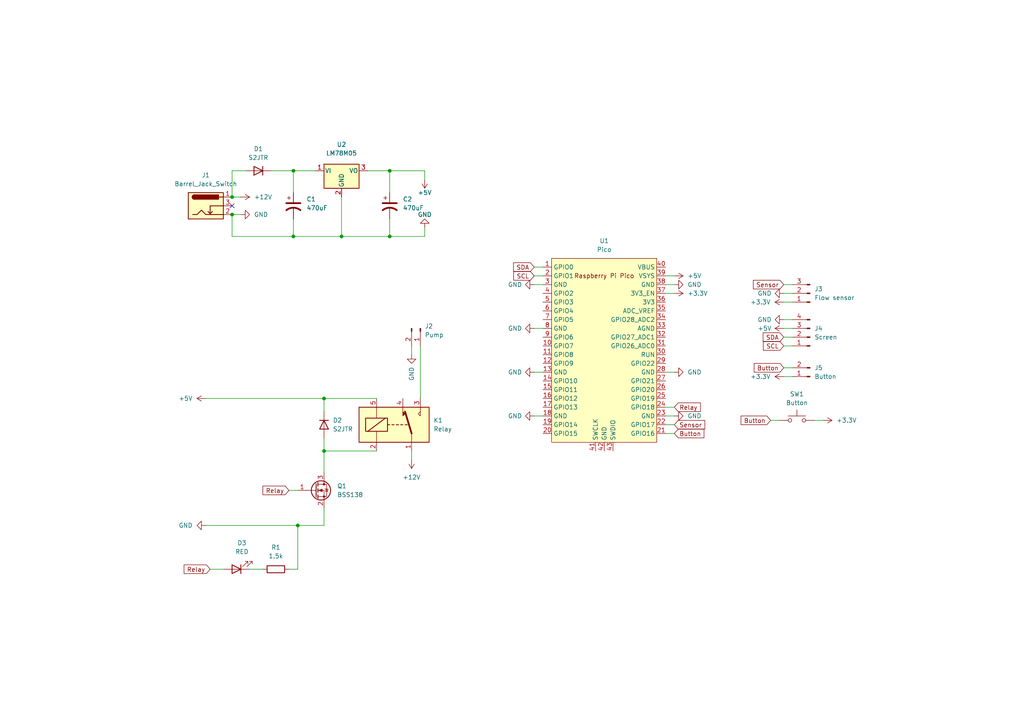
<source format=kicad_sch>
(kicad_sch (version 20211123) (generator eeschema)

  (uuid 73b793af-6d1b-4a3c-bd6d-a498721aa459)

  (paper "A4")

  (title_block
    (title "Pump")
    (date "2022-11-03")
    (rev "v01")
    (company "Kajimba")
    (comment 1 "Author: Yael")
  )

  (lib_symbols
    (symbol "Connector:Barrel_Jack_Switch" (pin_names hide) (in_bom yes) (on_board yes)
      (property "Reference" "J" (id 0) (at 0 5.334 0)
        (effects (font (size 1.27 1.27)))
      )
      (property "Value" "Barrel_Jack_Switch" (id 1) (at 0 -5.08 0)
        (effects (font (size 1.27 1.27)))
      )
      (property "Footprint" "" (id 2) (at 1.27 -1.016 0)
        (effects (font (size 1.27 1.27)) hide)
      )
      (property "Datasheet" "~" (id 3) (at 1.27 -1.016 0)
        (effects (font (size 1.27 1.27)) hide)
      )
      (property "ki_keywords" "DC power barrel jack connector" (id 4) (at 0 0 0)
        (effects (font (size 1.27 1.27)) hide)
      )
      (property "ki_description" "DC Barrel Jack with an internal switch" (id 5) (at 0 0 0)
        (effects (font (size 1.27 1.27)) hide)
      )
      (property "ki_fp_filters" "BarrelJack*" (id 6) (at 0 0 0)
        (effects (font (size 1.27 1.27)) hide)
      )
      (symbol "Barrel_Jack_Switch_0_1"
        (rectangle (start -5.08 3.81) (end 5.08 -3.81)
          (stroke (width 0.254) (type default) (color 0 0 0 0))
          (fill (type background))
        )
        (arc (start -3.302 3.175) (mid -3.937 2.54) (end -3.302 1.905)
          (stroke (width 0.254) (type default) (color 0 0 0 0))
          (fill (type none))
        )
        (arc (start -3.302 3.175) (mid -3.937 2.54) (end -3.302 1.905)
          (stroke (width 0.254) (type default) (color 0 0 0 0))
          (fill (type outline))
        )
        (polyline
          (pts
            (xy 1.27 -2.286)
            (xy 1.905 -1.651)
          )
          (stroke (width 0.254) (type default) (color 0 0 0 0))
          (fill (type none))
        )
        (polyline
          (pts
            (xy 5.08 2.54)
            (xy 3.81 2.54)
          )
          (stroke (width 0.254) (type default) (color 0 0 0 0))
          (fill (type none))
        )
        (polyline
          (pts
            (xy 5.08 0)
            (xy 1.27 0)
            (xy 1.27 -2.286)
            (xy 0.635 -1.651)
          )
          (stroke (width 0.254) (type default) (color 0 0 0 0))
          (fill (type none))
        )
        (polyline
          (pts
            (xy -3.81 -2.54)
            (xy -2.54 -2.54)
            (xy -1.27 -1.27)
            (xy 0 -2.54)
            (xy 2.54 -2.54)
            (xy 5.08 -2.54)
          )
          (stroke (width 0.254) (type default) (color 0 0 0 0))
          (fill (type none))
        )
        (rectangle (start 3.683 3.175) (end -3.302 1.905)
          (stroke (width 0.254) (type default) (color 0 0 0 0))
          (fill (type outline))
        )
      )
      (symbol "Barrel_Jack_Switch_1_1"
        (pin passive line (at 7.62 2.54 180) (length 2.54)
          (name "~" (effects (font (size 1.27 1.27))))
          (number "1" (effects (font (size 1.27 1.27))))
        )
        (pin passive line (at 7.62 -2.54 180) (length 2.54)
          (name "~" (effects (font (size 1.27 1.27))))
          (number "2" (effects (font (size 1.27 1.27))))
        )
        (pin passive line (at 7.62 0 180) (length 2.54)
          (name "~" (effects (font (size 1.27 1.27))))
          (number "3" (effects (font (size 1.27 1.27))))
        )
      )
    )
    (symbol "Connector:Conn_01x02_Male" (pin_names (offset 1.016) hide) (in_bom yes) (on_board yes)
      (property "Reference" "J" (id 0) (at 0 2.54 0)
        (effects (font (size 1.27 1.27)))
      )
      (property "Value" "Conn_01x02_Male" (id 1) (at 0 -5.08 0)
        (effects (font (size 1.27 1.27)))
      )
      (property "Footprint" "" (id 2) (at 0 0 0)
        (effects (font (size 1.27 1.27)) hide)
      )
      (property "Datasheet" "~" (id 3) (at 0 0 0)
        (effects (font (size 1.27 1.27)) hide)
      )
      (property "ki_keywords" "connector" (id 4) (at 0 0 0)
        (effects (font (size 1.27 1.27)) hide)
      )
      (property "ki_description" "Generic connector, single row, 01x02, script generated (kicad-library-utils/schlib/autogen/connector/)" (id 5) (at 0 0 0)
        (effects (font (size 1.27 1.27)) hide)
      )
      (property "ki_fp_filters" "Connector*:*_1x??_*" (id 6) (at 0 0 0)
        (effects (font (size 1.27 1.27)) hide)
      )
      (symbol "Conn_01x02_Male_1_1"
        (polyline
          (pts
            (xy 1.27 -2.54)
            (xy 0.8636 -2.54)
          )
          (stroke (width 0.1524) (type default) (color 0 0 0 0))
          (fill (type none))
        )
        (polyline
          (pts
            (xy 1.27 0)
            (xy 0.8636 0)
          )
          (stroke (width 0.1524) (type default) (color 0 0 0 0))
          (fill (type none))
        )
        (rectangle (start 0.8636 -2.413) (end 0 -2.667)
          (stroke (width 0.1524) (type default) (color 0 0 0 0))
          (fill (type outline))
        )
        (rectangle (start 0.8636 0.127) (end 0 -0.127)
          (stroke (width 0.1524) (type default) (color 0 0 0 0))
          (fill (type outline))
        )
        (pin passive line (at 5.08 0 180) (length 3.81)
          (name "Pin_1" (effects (font (size 1.27 1.27))))
          (number "1" (effects (font (size 1.27 1.27))))
        )
        (pin passive line (at 5.08 -2.54 180) (length 3.81)
          (name "Pin_2" (effects (font (size 1.27 1.27))))
          (number "2" (effects (font (size 1.27 1.27))))
        )
      )
    )
    (symbol "Connector:Conn_01x03_Male" (pin_names (offset 1.016) hide) (in_bom yes) (on_board yes)
      (property "Reference" "J" (id 0) (at 0 5.08 0)
        (effects (font (size 1.27 1.27)))
      )
      (property "Value" "Conn_01x03_Male" (id 1) (at 0 -5.08 0)
        (effects (font (size 1.27 1.27)))
      )
      (property "Footprint" "" (id 2) (at 0 0 0)
        (effects (font (size 1.27 1.27)) hide)
      )
      (property "Datasheet" "~" (id 3) (at 0 0 0)
        (effects (font (size 1.27 1.27)) hide)
      )
      (property "ki_keywords" "connector" (id 4) (at 0 0 0)
        (effects (font (size 1.27 1.27)) hide)
      )
      (property "ki_description" "Generic connector, single row, 01x03, script generated (kicad-library-utils/schlib/autogen/connector/)" (id 5) (at 0 0 0)
        (effects (font (size 1.27 1.27)) hide)
      )
      (property "ki_fp_filters" "Connector*:*_1x??_*" (id 6) (at 0 0 0)
        (effects (font (size 1.27 1.27)) hide)
      )
      (symbol "Conn_01x03_Male_1_1"
        (polyline
          (pts
            (xy 1.27 -2.54)
            (xy 0.8636 -2.54)
          )
          (stroke (width 0.1524) (type default) (color 0 0 0 0))
          (fill (type none))
        )
        (polyline
          (pts
            (xy 1.27 0)
            (xy 0.8636 0)
          )
          (stroke (width 0.1524) (type default) (color 0 0 0 0))
          (fill (type none))
        )
        (polyline
          (pts
            (xy 1.27 2.54)
            (xy 0.8636 2.54)
          )
          (stroke (width 0.1524) (type default) (color 0 0 0 0))
          (fill (type none))
        )
        (rectangle (start 0.8636 -2.413) (end 0 -2.667)
          (stroke (width 0.1524) (type default) (color 0 0 0 0))
          (fill (type outline))
        )
        (rectangle (start 0.8636 0.127) (end 0 -0.127)
          (stroke (width 0.1524) (type default) (color 0 0 0 0))
          (fill (type outline))
        )
        (rectangle (start 0.8636 2.667) (end 0 2.413)
          (stroke (width 0.1524) (type default) (color 0 0 0 0))
          (fill (type outline))
        )
        (pin passive line (at 5.08 2.54 180) (length 3.81)
          (name "Pin_1" (effects (font (size 1.27 1.27))))
          (number "1" (effects (font (size 1.27 1.27))))
        )
        (pin passive line (at 5.08 0 180) (length 3.81)
          (name "Pin_2" (effects (font (size 1.27 1.27))))
          (number "2" (effects (font (size 1.27 1.27))))
        )
        (pin passive line (at 5.08 -2.54 180) (length 3.81)
          (name "Pin_3" (effects (font (size 1.27 1.27))))
          (number "3" (effects (font (size 1.27 1.27))))
        )
      )
    )
    (symbol "Connector:Conn_01x04_Male" (pin_names (offset 1.016) hide) (in_bom yes) (on_board yes)
      (property "Reference" "J" (id 0) (at 0 5.08 0)
        (effects (font (size 1.27 1.27)))
      )
      (property "Value" "Conn_01x04_Male" (id 1) (at 0 -7.62 0)
        (effects (font (size 1.27 1.27)))
      )
      (property "Footprint" "" (id 2) (at 0 0 0)
        (effects (font (size 1.27 1.27)) hide)
      )
      (property "Datasheet" "~" (id 3) (at 0 0 0)
        (effects (font (size 1.27 1.27)) hide)
      )
      (property "ki_keywords" "connector" (id 4) (at 0 0 0)
        (effects (font (size 1.27 1.27)) hide)
      )
      (property "ki_description" "Generic connector, single row, 01x04, script generated (kicad-library-utils/schlib/autogen/connector/)" (id 5) (at 0 0 0)
        (effects (font (size 1.27 1.27)) hide)
      )
      (property "ki_fp_filters" "Connector*:*_1x??_*" (id 6) (at 0 0 0)
        (effects (font (size 1.27 1.27)) hide)
      )
      (symbol "Conn_01x04_Male_1_1"
        (polyline
          (pts
            (xy 1.27 -5.08)
            (xy 0.8636 -5.08)
          )
          (stroke (width 0.1524) (type default) (color 0 0 0 0))
          (fill (type none))
        )
        (polyline
          (pts
            (xy 1.27 -2.54)
            (xy 0.8636 -2.54)
          )
          (stroke (width 0.1524) (type default) (color 0 0 0 0))
          (fill (type none))
        )
        (polyline
          (pts
            (xy 1.27 0)
            (xy 0.8636 0)
          )
          (stroke (width 0.1524) (type default) (color 0 0 0 0))
          (fill (type none))
        )
        (polyline
          (pts
            (xy 1.27 2.54)
            (xy 0.8636 2.54)
          )
          (stroke (width 0.1524) (type default) (color 0 0 0 0))
          (fill (type none))
        )
        (rectangle (start 0.8636 -4.953) (end 0 -5.207)
          (stroke (width 0.1524) (type default) (color 0 0 0 0))
          (fill (type outline))
        )
        (rectangle (start 0.8636 -2.413) (end 0 -2.667)
          (stroke (width 0.1524) (type default) (color 0 0 0 0))
          (fill (type outline))
        )
        (rectangle (start 0.8636 0.127) (end 0 -0.127)
          (stroke (width 0.1524) (type default) (color 0 0 0 0))
          (fill (type outline))
        )
        (rectangle (start 0.8636 2.667) (end 0 2.413)
          (stroke (width 0.1524) (type default) (color 0 0 0 0))
          (fill (type outline))
        )
        (pin passive line (at 5.08 2.54 180) (length 3.81)
          (name "Pin_1" (effects (font (size 1.27 1.27))))
          (number "1" (effects (font (size 1.27 1.27))))
        )
        (pin passive line (at 5.08 0 180) (length 3.81)
          (name "Pin_2" (effects (font (size 1.27 1.27))))
          (number "2" (effects (font (size 1.27 1.27))))
        )
        (pin passive line (at 5.08 -2.54 180) (length 3.81)
          (name "Pin_3" (effects (font (size 1.27 1.27))))
          (number "3" (effects (font (size 1.27 1.27))))
        )
        (pin passive line (at 5.08 -5.08 180) (length 3.81)
          (name "Pin_4" (effects (font (size 1.27 1.27))))
          (number "4" (effects (font (size 1.27 1.27))))
        )
      )
    )
    (symbol "Device:C_Polarized_US" (pin_numbers hide) (pin_names (offset 0.254) hide) (in_bom yes) (on_board yes)
      (property "Reference" "C" (id 0) (at 0.635 2.54 0)
        (effects (font (size 1.27 1.27)) (justify left))
      )
      (property "Value" "C_Polarized_US" (id 1) (at 0.635 -2.54 0)
        (effects (font (size 1.27 1.27)) (justify left))
      )
      (property "Footprint" "" (id 2) (at 0 0 0)
        (effects (font (size 1.27 1.27)) hide)
      )
      (property "Datasheet" "~" (id 3) (at 0 0 0)
        (effects (font (size 1.27 1.27)) hide)
      )
      (property "ki_keywords" "cap capacitor" (id 4) (at 0 0 0)
        (effects (font (size 1.27 1.27)) hide)
      )
      (property "ki_description" "Polarized capacitor, US symbol" (id 5) (at 0 0 0)
        (effects (font (size 1.27 1.27)) hide)
      )
      (property "ki_fp_filters" "CP_*" (id 6) (at 0 0 0)
        (effects (font (size 1.27 1.27)) hide)
      )
      (symbol "C_Polarized_US_0_1"
        (polyline
          (pts
            (xy -2.032 0.762)
            (xy 2.032 0.762)
          )
          (stroke (width 0.508) (type default) (color 0 0 0 0))
          (fill (type none))
        )
        (polyline
          (pts
            (xy -1.778 2.286)
            (xy -0.762 2.286)
          )
          (stroke (width 0) (type default) (color 0 0 0 0))
          (fill (type none))
        )
        (polyline
          (pts
            (xy -1.27 1.778)
            (xy -1.27 2.794)
          )
          (stroke (width 0) (type default) (color 0 0 0 0))
          (fill (type none))
        )
        (arc (start 2.032 -1.27) (mid 0 -0.5572) (end -2.032 -1.27)
          (stroke (width 0.508) (type default) (color 0 0 0 0))
          (fill (type none))
        )
      )
      (symbol "C_Polarized_US_1_1"
        (pin passive line (at 0 3.81 270) (length 2.794)
          (name "~" (effects (font (size 1.27 1.27))))
          (number "1" (effects (font (size 1.27 1.27))))
        )
        (pin passive line (at 0 -3.81 90) (length 3.302)
          (name "~" (effects (font (size 1.27 1.27))))
          (number "2" (effects (font (size 1.27 1.27))))
        )
      )
    )
    (symbol "Device:LED" (pin_numbers hide) (pin_names (offset 1.016) hide) (in_bom yes) (on_board yes)
      (property "Reference" "D" (id 0) (at 0 2.54 0)
        (effects (font (size 1.27 1.27)))
      )
      (property "Value" "LED" (id 1) (at 0 -2.54 0)
        (effects (font (size 1.27 1.27)))
      )
      (property "Footprint" "" (id 2) (at 0 0 0)
        (effects (font (size 1.27 1.27)) hide)
      )
      (property "Datasheet" "~" (id 3) (at 0 0 0)
        (effects (font (size 1.27 1.27)) hide)
      )
      (property "ki_keywords" "LED diode" (id 4) (at 0 0 0)
        (effects (font (size 1.27 1.27)) hide)
      )
      (property "ki_description" "Light emitting diode" (id 5) (at 0 0 0)
        (effects (font (size 1.27 1.27)) hide)
      )
      (property "ki_fp_filters" "LED* LED_SMD:* LED_THT:*" (id 6) (at 0 0 0)
        (effects (font (size 1.27 1.27)) hide)
      )
      (symbol "LED_0_1"
        (polyline
          (pts
            (xy -1.27 -1.27)
            (xy -1.27 1.27)
          )
          (stroke (width 0.254) (type default) (color 0 0 0 0))
          (fill (type none))
        )
        (polyline
          (pts
            (xy -1.27 0)
            (xy 1.27 0)
          )
          (stroke (width 0) (type default) (color 0 0 0 0))
          (fill (type none))
        )
        (polyline
          (pts
            (xy 1.27 -1.27)
            (xy 1.27 1.27)
            (xy -1.27 0)
            (xy 1.27 -1.27)
          )
          (stroke (width 0.254) (type default) (color 0 0 0 0))
          (fill (type none))
        )
        (polyline
          (pts
            (xy -3.048 -0.762)
            (xy -4.572 -2.286)
            (xy -3.81 -2.286)
            (xy -4.572 -2.286)
            (xy -4.572 -1.524)
          )
          (stroke (width 0) (type default) (color 0 0 0 0))
          (fill (type none))
        )
        (polyline
          (pts
            (xy -1.778 -0.762)
            (xy -3.302 -2.286)
            (xy -2.54 -2.286)
            (xy -3.302 -2.286)
            (xy -3.302 -1.524)
          )
          (stroke (width 0) (type default) (color 0 0 0 0))
          (fill (type none))
        )
      )
      (symbol "LED_1_1"
        (pin passive line (at -3.81 0 0) (length 2.54)
          (name "K" (effects (font (size 1.27 1.27))))
          (number "1" (effects (font (size 1.27 1.27))))
        )
        (pin passive line (at 3.81 0 180) (length 2.54)
          (name "A" (effects (font (size 1.27 1.27))))
          (number "2" (effects (font (size 1.27 1.27))))
        )
      )
    )
    (symbol "Device:R" (pin_numbers hide) (pin_names (offset 0)) (in_bom yes) (on_board yes)
      (property "Reference" "R" (id 0) (at 2.032 0 90)
        (effects (font (size 1.27 1.27)))
      )
      (property "Value" "R" (id 1) (at 0 0 90)
        (effects (font (size 1.27 1.27)))
      )
      (property "Footprint" "" (id 2) (at -1.778 0 90)
        (effects (font (size 1.27 1.27)) hide)
      )
      (property "Datasheet" "~" (id 3) (at 0 0 0)
        (effects (font (size 1.27 1.27)) hide)
      )
      (property "ki_keywords" "R res resistor" (id 4) (at 0 0 0)
        (effects (font (size 1.27 1.27)) hide)
      )
      (property "ki_description" "Resistor" (id 5) (at 0 0 0)
        (effects (font (size 1.27 1.27)) hide)
      )
      (property "ki_fp_filters" "R_*" (id 6) (at 0 0 0)
        (effects (font (size 1.27 1.27)) hide)
      )
      (symbol "R_0_1"
        (rectangle (start -1.016 -2.54) (end 1.016 2.54)
          (stroke (width 0.254) (type default) (color 0 0 0 0))
          (fill (type none))
        )
      )
      (symbol "R_1_1"
        (pin passive line (at 0 3.81 270) (length 1.27)
          (name "~" (effects (font (size 1.27 1.27))))
          (number "1" (effects (font (size 1.27 1.27))))
        )
        (pin passive line (at 0 -3.81 90) (length 1.27)
          (name "~" (effects (font (size 1.27 1.27))))
          (number "2" (effects (font (size 1.27 1.27))))
        )
      )
    )
    (symbol "Diode:S2JTR" (pin_numbers hide) (pin_names (offset 1.016) hide) (in_bom yes) (on_board yes)
      (property "Reference" "D" (id 0) (at 0 2.54 0)
        (effects (font (size 1.27 1.27)))
      )
      (property "Value" "S2JTR" (id 1) (at 0 -2.54 0)
        (effects (font (size 1.27 1.27)))
      )
      (property "Footprint" "Diode_SMD:D_SMB" (id 2) (at 0 -4.445 0)
        (effects (font (size 1.27 1.27)) hide)
      )
      (property "Datasheet" "http://www.smc-diodes.com/propdf/S2A-S2M%20N0562%20REV.A.pdf" (id 3) (at 0 0 0)
        (effects (font (size 1.27 1.27)) hide)
      )
      (property "ki_keywords" "diode" (id 4) (at 0 0 0)
        (effects (font (size 1.27 1.27)) hide)
      )
      (property "ki_description" "600V 2A General Purpose Rectifier Diode, SMB" (id 5) (at 0 0 0)
        (effects (font (size 1.27 1.27)) hide)
      )
      (property "ki_fp_filters" "*D?SMB*" (id 6) (at 0 0 0)
        (effects (font (size 1.27 1.27)) hide)
      )
      (symbol "S2JTR_0_1"
        (polyline
          (pts
            (xy -1.27 1.27)
            (xy -1.27 -1.27)
          )
          (stroke (width 0.254) (type default) (color 0 0 0 0))
          (fill (type none))
        )
        (polyline
          (pts
            (xy 1.27 0)
            (xy -1.27 0)
          )
          (stroke (width 0) (type default) (color 0 0 0 0))
          (fill (type none))
        )
        (polyline
          (pts
            (xy 1.27 1.27)
            (xy 1.27 -1.27)
            (xy -1.27 0)
            (xy 1.27 1.27)
          )
          (stroke (width 0.254) (type default) (color 0 0 0 0))
          (fill (type none))
        )
      )
      (symbol "S2JTR_1_1"
        (pin passive line (at -3.81 0 0) (length 2.54)
          (name "K" (effects (font (size 1.27 1.27))))
          (number "1" (effects (font (size 1.27 1.27))))
        )
        (pin passive line (at 3.81 0 180) (length 2.54)
          (name "A" (effects (font (size 1.27 1.27))))
          (number "2" (effects (font (size 1.27 1.27))))
        )
      )
    )
    (symbol "MCU_RaspberryPi_and_Boards:Pico" (in_bom yes) (on_board yes)
      (property "Reference" "U" (id 0) (at -13.97 27.94 0)
        (effects (font (size 1.27 1.27)))
      )
      (property "Value" "Pico" (id 1) (at 0 19.05 0)
        (effects (font (size 1.27 1.27)))
      )
      (property "Footprint" "RPi_Pico:RPi_Pico_SMD_TH" (id 2) (at 0 0 90)
        (effects (font (size 1.27 1.27)) hide)
      )
      (property "Datasheet" "" (id 3) (at 0 0 0)
        (effects (font (size 1.27 1.27)) hide)
      )
      (symbol "Pico_0_0"
        (text "Raspberry Pi Pico" (at 0 21.59 0)
          (effects (font (size 1.27 1.27)))
        )
      )
      (symbol "Pico_0_1"
        (rectangle (start -15.24 26.67) (end 15.24 -26.67)
          (stroke (width 0) (type default) (color 0 0 0 0))
          (fill (type background))
        )
      )
      (symbol "Pico_1_1"
        (pin bidirectional line (at -17.78 24.13 0) (length 2.54)
          (name "GPIO0" (effects (font (size 1.27 1.27))))
          (number "1" (effects (font (size 1.27 1.27))))
        )
        (pin bidirectional line (at -17.78 1.27 0) (length 2.54)
          (name "GPIO7" (effects (font (size 1.27 1.27))))
          (number "10" (effects (font (size 1.27 1.27))))
        )
        (pin bidirectional line (at -17.78 -1.27 0) (length 2.54)
          (name "GPIO8" (effects (font (size 1.27 1.27))))
          (number "11" (effects (font (size 1.27 1.27))))
        )
        (pin bidirectional line (at -17.78 -3.81 0) (length 2.54)
          (name "GPIO9" (effects (font (size 1.27 1.27))))
          (number "12" (effects (font (size 1.27 1.27))))
        )
        (pin power_in line (at -17.78 -6.35 0) (length 2.54)
          (name "GND" (effects (font (size 1.27 1.27))))
          (number "13" (effects (font (size 1.27 1.27))))
        )
        (pin bidirectional line (at -17.78 -8.89 0) (length 2.54)
          (name "GPIO10" (effects (font (size 1.27 1.27))))
          (number "14" (effects (font (size 1.27 1.27))))
        )
        (pin bidirectional line (at -17.78 -11.43 0) (length 2.54)
          (name "GPIO11" (effects (font (size 1.27 1.27))))
          (number "15" (effects (font (size 1.27 1.27))))
        )
        (pin bidirectional line (at -17.78 -13.97 0) (length 2.54)
          (name "GPIO12" (effects (font (size 1.27 1.27))))
          (number "16" (effects (font (size 1.27 1.27))))
        )
        (pin bidirectional line (at -17.78 -16.51 0) (length 2.54)
          (name "GPIO13" (effects (font (size 1.27 1.27))))
          (number "17" (effects (font (size 1.27 1.27))))
        )
        (pin power_in line (at -17.78 -19.05 0) (length 2.54)
          (name "GND" (effects (font (size 1.27 1.27))))
          (number "18" (effects (font (size 1.27 1.27))))
        )
        (pin bidirectional line (at -17.78 -21.59 0) (length 2.54)
          (name "GPIO14" (effects (font (size 1.27 1.27))))
          (number "19" (effects (font (size 1.27 1.27))))
        )
        (pin bidirectional line (at -17.78 21.59 0) (length 2.54)
          (name "GPIO1" (effects (font (size 1.27 1.27))))
          (number "2" (effects (font (size 1.27 1.27))))
        )
        (pin bidirectional line (at -17.78 -24.13 0) (length 2.54)
          (name "GPIO15" (effects (font (size 1.27 1.27))))
          (number "20" (effects (font (size 1.27 1.27))))
        )
        (pin bidirectional line (at 17.78 -24.13 180) (length 2.54)
          (name "GPIO16" (effects (font (size 1.27 1.27))))
          (number "21" (effects (font (size 1.27 1.27))))
        )
        (pin bidirectional line (at 17.78 -21.59 180) (length 2.54)
          (name "GPIO17" (effects (font (size 1.27 1.27))))
          (number "22" (effects (font (size 1.27 1.27))))
        )
        (pin power_in line (at 17.78 -19.05 180) (length 2.54)
          (name "GND" (effects (font (size 1.27 1.27))))
          (number "23" (effects (font (size 1.27 1.27))))
        )
        (pin bidirectional line (at 17.78 -16.51 180) (length 2.54)
          (name "GPIO18" (effects (font (size 1.27 1.27))))
          (number "24" (effects (font (size 1.27 1.27))))
        )
        (pin bidirectional line (at 17.78 -13.97 180) (length 2.54)
          (name "GPIO19" (effects (font (size 1.27 1.27))))
          (number "25" (effects (font (size 1.27 1.27))))
        )
        (pin bidirectional line (at 17.78 -11.43 180) (length 2.54)
          (name "GPIO20" (effects (font (size 1.27 1.27))))
          (number "26" (effects (font (size 1.27 1.27))))
        )
        (pin bidirectional line (at 17.78 -8.89 180) (length 2.54)
          (name "GPIO21" (effects (font (size 1.27 1.27))))
          (number "27" (effects (font (size 1.27 1.27))))
        )
        (pin power_in line (at 17.78 -6.35 180) (length 2.54)
          (name "GND" (effects (font (size 1.27 1.27))))
          (number "28" (effects (font (size 1.27 1.27))))
        )
        (pin bidirectional line (at 17.78 -3.81 180) (length 2.54)
          (name "GPIO22" (effects (font (size 1.27 1.27))))
          (number "29" (effects (font (size 1.27 1.27))))
        )
        (pin power_in line (at -17.78 19.05 0) (length 2.54)
          (name "GND" (effects (font (size 1.27 1.27))))
          (number "3" (effects (font (size 1.27 1.27))))
        )
        (pin input line (at 17.78 -1.27 180) (length 2.54)
          (name "RUN" (effects (font (size 1.27 1.27))))
          (number "30" (effects (font (size 1.27 1.27))))
        )
        (pin bidirectional line (at 17.78 1.27 180) (length 2.54)
          (name "GPIO26_ADC0" (effects (font (size 1.27 1.27))))
          (number "31" (effects (font (size 1.27 1.27))))
        )
        (pin bidirectional line (at 17.78 3.81 180) (length 2.54)
          (name "GPIO27_ADC1" (effects (font (size 1.27 1.27))))
          (number "32" (effects (font (size 1.27 1.27))))
        )
        (pin power_in line (at 17.78 6.35 180) (length 2.54)
          (name "AGND" (effects (font (size 1.27 1.27))))
          (number "33" (effects (font (size 1.27 1.27))))
        )
        (pin bidirectional line (at 17.78 8.89 180) (length 2.54)
          (name "GPIO28_ADC2" (effects (font (size 1.27 1.27))))
          (number "34" (effects (font (size 1.27 1.27))))
        )
        (pin power_in line (at 17.78 11.43 180) (length 2.54)
          (name "ADC_VREF" (effects (font (size 1.27 1.27))))
          (number "35" (effects (font (size 1.27 1.27))))
        )
        (pin power_in line (at 17.78 13.97 180) (length 2.54)
          (name "3V3" (effects (font (size 1.27 1.27))))
          (number "36" (effects (font (size 1.27 1.27))))
        )
        (pin input line (at 17.78 16.51 180) (length 2.54)
          (name "3V3_EN" (effects (font (size 1.27 1.27))))
          (number "37" (effects (font (size 1.27 1.27))))
        )
        (pin bidirectional line (at 17.78 19.05 180) (length 2.54)
          (name "GND" (effects (font (size 1.27 1.27))))
          (number "38" (effects (font (size 1.27 1.27))))
        )
        (pin power_in line (at 17.78 21.59 180) (length 2.54)
          (name "VSYS" (effects (font (size 1.27 1.27))))
          (number "39" (effects (font (size 1.27 1.27))))
        )
        (pin bidirectional line (at -17.78 16.51 0) (length 2.54)
          (name "GPIO2" (effects (font (size 1.27 1.27))))
          (number "4" (effects (font (size 1.27 1.27))))
        )
        (pin power_in line (at 17.78 24.13 180) (length 2.54)
          (name "VBUS" (effects (font (size 1.27 1.27))))
          (number "40" (effects (font (size 1.27 1.27))))
        )
        (pin input line (at -2.54 -29.21 90) (length 2.54)
          (name "SWCLK" (effects (font (size 1.27 1.27))))
          (number "41" (effects (font (size 1.27 1.27))))
        )
        (pin power_in line (at 0 -29.21 90) (length 2.54)
          (name "GND" (effects (font (size 1.27 1.27))))
          (number "42" (effects (font (size 1.27 1.27))))
        )
        (pin bidirectional line (at 2.54 -29.21 90) (length 2.54)
          (name "SWDIO" (effects (font (size 1.27 1.27))))
          (number "43" (effects (font (size 1.27 1.27))))
        )
        (pin bidirectional line (at -17.78 13.97 0) (length 2.54)
          (name "GPIO3" (effects (font (size 1.27 1.27))))
          (number "5" (effects (font (size 1.27 1.27))))
        )
        (pin bidirectional line (at -17.78 11.43 0) (length 2.54)
          (name "GPIO4" (effects (font (size 1.27 1.27))))
          (number "6" (effects (font (size 1.27 1.27))))
        )
        (pin bidirectional line (at -17.78 8.89 0) (length 2.54)
          (name "GPIO5" (effects (font (size 1.27 1.27))))
          (number "7" (effects (font (size 1.27 1.27))))
        )
        (pin power_in line (at -17.78 6.35 0) (length 2.54)
          (name "GND" (effects (font (size 1.27 1.27))))
          (number "8" (effects (font (size 1.27 1.27))))
        )
        (pin bidirectional line (at -17.78 3.81 0) (length 2.54)
          (name "GPIO6" (effects (font (size 1.27 1.27))))
          (number "9" (effects (font (size 1.27 1.27))))
        )
      )
    )
    (symbol "Regulator_Linear:LM78M05_TO252" (pin_names (offset 0.254)) (in_bom yes) (on_board yes)
      (property "Reference" "U" (id 0) (at -3.81 3.175 0)
        (effects (font (size 1.27 1.27)))
      )
      (property "Value" "LM78M05_TO252" (id 1) (at 0 3.175 0)
        (effects (font (size 1.27 1.27)) (justify left))
      )
      (property "Footprint" "Package_TO_SOT_SMD:TO-252-2" (id 2) (at 0 5.715 0)
        (effects (font (size 1.27 1.27) italic) hide)
      )
      (property "Datasheet" "https://www.onsemi.com/pub/Collateral/MC78M00-D.PDF" (id 3) (at 0 -1.27 0)
        (effects (font (size 1.27 1.27)) hide)
      )
      (property "ki_keywords" "Voltage Regulator 500mA Positive" (id 4) (at 0 0 0)
        (effects (font (size 1.27 1.27)) hide)
      )
      (property "ki_description" "Positive 500mA 35V Linear Regulator, Fixed Output 5V, TO-252 (D-PAK)" (id 5) (at 0 0 0)
        (effects (font (size 1.27 1.27)) hide)
      )
      (property "ki_fp_filters" "TO?252*" (id 6) (at 0 0 0)
        (effects (font (size 1.27 1.27)) hide)
      )
      (symbol "LM78M05_TO252_0_1"
        (rectangle (start -5.08 1.905) (end 5.08 -5.08)
          (stroke (width 0.254) (type default) (color 0 0 0 0))
          (fill (type background))
        )
      )
      (symbol "LM78M05_TO252_1_1"
        (pin power_in line (at -7.62 0 0) (length 2.54)
          (name "VI" (effects (font (size 1.27 1.27))))
          (number "1" (effects (font (size 1.27 1.27))))
        )
        (pin power_in line (at 0 -7.62 90) (length 2.54)
          (name "GND" (effects (font (size 1.27 1.27))))
          (number "2" (effects (font (size 1.27 1.27))))
        )
        (pin power_out line (at 7.62 0 180) (length 2.54)
          (name "VO" (effects (font (size 1.27 1.27))))
          (number "3" (effects (font (size 1.27 1.27))))
        )
      )
    )
    (symbol "Relay:SANYOU_SRD_Form_C" (in_bom yes) (on_board yes)
      (property "Reference" "K" (id 0) (at 11.43 3.81 0)
        (effects (font (size 1.27 1.27)) (justify left))
      )
      (property "Value" "SANYOU_SRD_Form_C" (id 1) (at 11.43 1.27 0)
        (effects (font (size 1.27 1.27)) (justify left))
      )
      (property "Footprint" "Relay_THT:Relay_SPDT_SANYOU_SRD_Series_Form_C" (id 2) (at 11.43 -1.27 0)
        (effects (font (size 1.27 1.27)) (justify left) hide)
      )
      (property "Datasheet" "http://www.sanyourelay.ca/public/products/pdf/SRD.pdf" (id 3) (at 0 0 0)
        (effects (font (size 1.27 1.27)) hide)
      )
      (property "ki_keywords" "Single Pole Relay SPDT" (id 4) (at 0 0 0)
        (effects (font (size 1.27 1.27)) hide)
      )
      (property "ki_description" "Sanyo SRD relay, Single Pole Miniature Power Relay," (id 5) (at 0 0 0)
        (effects (font (size 1.27 1.27)) hide)
      )
      (property "ki_fp_filters" "Relay*SPDT*SANYOU*SRD*Series*Form*C*" (id 6) (at 0 0 0)
        (effects (font (size 1.27 1.27)) hide)
      )
      (symbol "SANYOU_SRD_Form_C_0_0"
        (polyline
          (pts
            (xy 7.62 5.08)
            (xy 7.62 2.54)
            (xy 6.985 3.175)
            (xy 7.62 3.81)
          )
          (stroke (width 0) (type default) (color 0 0 0 0))
          (fill (type none))
        )
      )
      (symbol "SANYOU_SRD_Form_C_0_1"
        (rectangle (start -10.16 5.08) (end 10.16 -5.08)
          (stroke (width 0.254) (type default) (color 0 0 0 0))
          (fill (type background))
        )
        (rectangle (start -8.255 1.905) (end -1.905 -1.905)
          (stroke (width 0.254) (type default) (color 0 0 0 0))
          (fill (type none))
        )
        (polyline
          (pts
            (xy -7.62 -1.905)
            (xy -2.54 1.905)
          )
          (stroke (width 0.254) (type default) (color 0 0 0 0))
          (fill (type none))
        )
        (polyline
          (pts
            (xy -5.08 -5.08)
            (xy -5.08 -1.905)
          )
          (stroke (width 0) (type default) (color 0 0 0 0))
          (fill (type none))
        )
        (polyline
          (pts
            (xy -5.08 5.08)
            (xy -5.08 1.905)
          )
          (stroke (width 0) (type default) (color 0 0 0 0))
          (fill (type none))
        )
        (polyline
          (pts
            (xy -1.905 0)
            (xy -1.27 0)
          )
          (stroke (width 0.254) (type default) (color 0 0 0 0))
          (fill (type none))
        )
        (polyline
          (pts
            (xy -0.635 0)
            (xy 0 0)
          )
          (stroke (width 0.254) (type default) (color 0 0 0 0))
          (fill (type none))
        )
        (polyline
          (pts
            (xy 0.635 0)
            (xy 1.27 0)
          )
          (stroke (width 0.254) (type default) (color 0 0 0 0))
          (fill (type none))
        )
        (polyline
          (pts
            (xy 1.905 0)
            (xy 2.54 0)
          )
          (stroke (width 0.254) (type default) (color 0 0 0 0))
          (fill (type none))
        )
        (polyline
          (pts
            (xy 3.175 0)
            (xy 3.81 0)
          )
          (stroke (width 0.254) (type default) (color 0 0 0 0))
          (fill (type none))
        )
        (polyline
          (pts
            (xy 5.08 -2.54)
            (xy 3.175 3.81)
          )
          (stroke (width 0.508) (type default) (color 0 0 0 0))
          (fill (type none))
        )
        (polyline
          (pts
            (xy 5.08 -2.54)
            (xy 5.08 -5.08)
          )
          (stroke (width 0) (type default) (color 0 0 0 0))
          (fill (type none))
        )
      )
      (symbol "SANYOU_SRD_Form_C_1_1"
        (polyline
          (pts
            (xy 2.54 3.81)
            (xy 3.175 3.175)
            (xy 2.54 2.54)
            (xy 2.54 5.08)
          )
          (stroke (width 0) (type default) (color 0 0 0 0))
          (fill (type outline))
        )
        (pin passive line (at 5.08 -7.62 90) (length 2.54)
          (name "~" (effects (font (size 1.27 1.27))))
          (number "1" (effects (font (size 1.27 1.27))))
        )
        (pin passive line (at -5.08 -7.62 90) (length 2.54)
          (name "~" (effects (font (size 1.27 1.27))))
          (number "2" (effects (font (size 1.27 1.27))))
        )
        (pin passive line (at 7.62 7.62 270) (length 2.54)
          (name "~" (effects (font (size 1.27 1.27))))
          (number "3" (effects (font (size 1.27 1.27))))
        )
        (pin passive line (at 2.54 7.62 270) (length 2.54)
          (name "~" (effects (font (size 1.27 1.27))))
          (number "4" (effects (font (size 1.27 1.27))))
        )
        (pin passive line (at -5.08 7.62 270) (length 2.54)
          (name "~" (effects (font (size 1.27 1.27))))
          (number "5" (effects (font (size 1.27 1.27))))
        )
      )
    )
    (symbol "Switch:SW_Push" (pin_numbers hide) (pin_names (offset 1.016) hide) (in_bom yes) (on_board yes)
      (property "Reference" "SW" (id 0) (at 1.27 2.54 0)
        (effects (font (size 1.27 1.27)) (justify left))
      )
      (property "Value" "SW_Push" (id 1) (at 0 -1.524 0)
        (effects (font (size 1.27 1.27)))
      )
      (property "Footprint" "" (id 2) (at 0 5.08 0)
        (effects (font (size 1.27 1.27)) hide)
      )
      (property "Datasheet" "~" (id 3) (at 0 5.08 0)
        (effects (font (size 1.27 1.27)) hide)
      )
      (property "ki_keywords" "switch normally-open pushbutton push-button" (id 4) (at 0 0 0)
        (effects (font (size 1.27 1.27)) hide)
      )
      (property "ki_description" "Push button switch, generic, two pins" (id 5) (at 0 0 0)
        (effects (font (size 1.27 1.27)) hide)
      )
      (symbol "SW_Push_0_1"
        (circle (center -2.032 0) (radius 0.508)
          (stroke (width 0) (type default) (color 0 0 0 0))
          (fill (type none))
        )
        (polyline
          (pts
            (xy 0 1.27)
            (xy 0 3.048)
          )
          (stroke (width 0) (type default) (color 0 0 0 0))
          (fill (type none))
        )
        (polyline
          (pts
            (xy 2.54 1.27)
            (xy -2.54 1.27)
          )
          (stroke (width 0) (type default) (color 0 0 0 0))
          (fill (type none))
        )
        (circle (center 2.032 0) (radius 0.508)
          (stroke (width 0) (type default) (color 0 0 0 0))
          (fill (type none))
        )
        (pin passive line (at -5.08 0 0) (length 2.54)
          (name "1" (effects (font (size 1.27 1.27))))
          (number "1" (effects (font (size 1.27 1.27))))
        )
        (pin passive line (at 5.08 0 180) (length 2.54)
          (name "2" (effects (font (size 1.27 1.27))))
          (number "2" (effects (font (size 1.27 1.27))))
        )
      )
    )
    (symbol "Transistor_FET:BSS138" (pin_names hide) (in_bom yes) (on_board yes)
      (property "Reference" "Q" (id 0) (at 5.08 1.905 0)
        (effects (font (size 1.27 1.27)) (justify left))
      )
      (property "Value" "BSS138" (id 1) (at 5.08 0 0)
        (effects (font (size 1.27 1.27)) (justify left))
      )
      (property "Footprint" "Package_TO_SOT_SMD:SOT-23" (id 2) (at 5.08 -1.905 0)
        (effects (font (size 1.27 1.27) italic) (justify left) hide)
      )
      (property "Datasheet" "https://www.onsemi.com/pub/Collateral/BSS138-D.PDF" (id 3) (at 0 0 0)
        (effects (font (size 1.27 1.27)) (justify left) hide)
      )
      (property "ki_keywords" "N-Channel MOSFET" (id 4) (at 0 0 0)
        (effects (font (size 1.27 1.27)) hide)
      )
      (property "ki_description" "50V Vds, 0.22A Id, N-Channel MOSFET, SOT-23" (id 5) (at 0 0 0)
        (effects (font (size 1.27 1.27)) hide)
      )
      (property "ki_fp_filters" "SOT?23*" (id 6) (at 0 0 0)
        (effects (font (size 1.27 1.27)) hide)
      )
      (symbol "BSS138_0_1"
        (polyline
          (pts
            (xy 0.254 0)
            (xy -2.54 0)
          )
          (stroke (width 0) (type default) (color 0 0 0 0))
          (fill (type none))
        )
        (polyline
          (pts
            (xy 0.254 1.905)
            (xy 0.254 -1.905)
          )
          (stroke (width 0.254) (type default) (color 0 0 0 0))
          (fill (type none))
        )
        (polyline
          (pts
            (xy 0.762 -1.27)
            (xy 0.762 -2.286)
          )
          (stroke (width 0.254) (type default) (color 0 0 0 0))
          (fill (type none))
        )
        (polyline
          (pts
            (xy 0.762 0.508)
            (xy 0.762 -0.508)
          )
          (stroke (width 0.254) (type default) (color 0 0 0 0))
          (fill (type none))
        )
        (polyline
          (pts
            (xy 0.762 2.286)
            (xy 0.762 1.27)
          )
          (stroke (width 0.254) (type default) (color 0 0 0 0))
          (fill (type none))
        )
        (polyline
          (pts
            (xy 2.54 2.54)
            (xy 2.54 1.778)
          )
          (stroke (width 0) (type default) (color 0 0 0 0))
          (fill (type none))
        )
        (polyline
          (pts
            (xy 2.54 -2.54)
            (xy 2.54 0)
            (xy 0.762 0)
          )
          (stroke (width 0) (type default) (color 0 0 0 0))
          (fill (type none))
        )
        (polyline
          (pts
            (xy 0.762 -1.778)
            (xy 3.302 -1.778)
            (xy 3.302 1.778)
            (xy 0.762 1.778)
          )
          (stroke (width 0) (type default) (color 0 0 0 0))
          (fill (type none))
        )
        (polyline
          (pts
            (xy 1.016 0)
            (xy 2.032 0.381)
            (xy 2.032 -0.381)
            (xy 1.016 0)
          )
          (stroke (width 0) (type default) (color 0 0 0 0))
          (fill (type outline))
        )
        (polyline
          (pts
            (xy 2.794 0.508)
            (xy 2.921 0.381)
            (xy 3.683 0.381)
            (xy 3.81 0.254)
          )
          (stroke (width 0) (type default) (color 0 0 0 0))
          (fill (type none))
        )
        (polyline
          (pts
            (xy 3.302 0.381)
            (xy 2.921 -0.254)
            (xy 3.683 -0.254)
            (xy 3.302 0.381)
          )
          (stroke (width 0) (type default) (color 0 0 0 0))
          (fill (type none))
        )
        (circle (center 1.651 0) (radius 2.794)
          (stroke (width 0.254) (type default) (color 0 0 0 0))
          (fill (type none))
        )
        (circle (center 2.54 -1.778) (radius 0.254)
          (stroke (width 0) (type default) (color 0 0 0 0))
          (fill (type outline))
        )
        (circle (center 2.54 1.778) (radius 0.254)
          (stroke (width 0) (type default) (color 0 0 0 0))
          (fill (type outline))
        )
      )
      (symbol "BSS138_1_1"
        (pin input line (at -5.08 0 0) (length 2.54)
          (name "G" (effects (font (size 1.27 1.27))))
          (number "1" (effects (font (size 1.27 1.27))))
        )
        (pin passive line (at 2.54 -5.08 90) (length 2.54)
          (name "S" (effects (font (size 1.27 1.27))))
          (number "2" (effects (font (size 1.27 1.27))))
        )
        (pin passive line (at 2.54 5.08 270) (length 2.54)
          (name "D" (effects (font (size 1.27 1.27))))
          (number "3" (effects (font (size 1.27 1.27))))
        )
      )
    )
    (symbol "power:+12V" (power) (pin_names (offset 0)) (in_bom yes) (on_board yes)
      (property "Reference" "#PWR" (id 0) (at 0 -3.81 0)
        (effects (font (size 1.27 1.27)) hide)
      )
      (property "Value" "+12V" (id 1) (at 0 3.556 0)
        (effects (font (size 1.27 1.27)))
      )
      (property "Footprint" "" (id 2) (at 0 0 0)
        (effects (font (size 1.27 1.27)) hide)
      )
      (property "Datasheet" "" (id 3) (at 0 0 0)
        (effects (font (size 1.27 1.27)) hide)
      )
      (property "ki_keywords" "power-flag" (id 4) (at 0 0 0)
        (effects (font (size 1.27 1.27)) hide)
      )
      (property "ki_description" "Power symbol creates a global label with name \"+12V\"" (id 5) (at 0 0 0)
        (effects (font (size 1.27 1.27)) hide)
      )
      (symbol "+12V_0_1"
        (polyline
          (pts
            (xy -0.762 1.27)
            (xy 0 2.54)
          )
          (stroke (width 0) (type default) (color 0 0 0 0))
          (fill (type none))
        )
        (polyline
          (pts
            (xy 0 0)
            (xy 0 2.54)
          )
          (stroke (width 0) (type default) (color 0 0 0 0))
          (fill (type none))
        )
        (polyline
          (pts
            (xy 0 2.54)
            (xy 0.762 1.27)
          )
          (stroke (width 0) (type default) (color 0 0 0 0))
          (fill (type none))
        )
      )
      (symbol "+12V_1_1"
        (pin power_in line (at 0 0 90) (length 0) hide
          (name "+12V" (effects (font (size 1.27 1.27))))
          (number "1" (effects (font (size 1.27 1.27))))
        )
      )
    )
    (symbol "power:+3.3V" (power) (pin_names (offset 0)) (in_bom yes) (on_board yes)
      (property "Reference" "#PWR" (id 0) (at 0 -3.81 0)
        (effects (font (size 1.27 1.27)) hide)
      )
      (property "Value" "+3.3V" (id 1) (at 0 3.556 0)
        (effects (font (size 1.27 1.27)))
      )
      (property "Footprint" "" (id 2) (at 0 0 0)
        (effects (font (size 1.27 1.27)) hide)
      )
      (property "Datasheet" "" (id 3) (at 0 0 0)
        (effects (font (size 1.27 1.27)) hide)
      )
      (property "ki_keywords" "power-flag" (id 4) (at 0 0 0)
        (effects (font (size 1.27 1.27)) hide)
      )
      (property "ki_description" "Power symbol creates a global label with name \"+3.3V\"" (id 5) (at 0 0 0)
        (effects (font (size 1.27 1.27)) hide)
      )
      (symbol "+3.3V_0_1"
        (polyline
          (pts
            (xy -0.762 1.27)
            (xy 0 2.54)
          )
          (stroke (width 0) (type default) (color 0 0 0 0))
          (fill (type none))
        )
        (polyline
          (pts
            (xy 0 0)
            (xy 0 2.54)
          )
          (stroke (width 0) (type default) (color 0 0 0 0))
          (fill (type none))
        )
        (polyline
          (pts
            (xy 0 2.54)
            (xy 0.762 1.27)
          )
          (stroke (width 0) (type default) (color 0 0 0 0))
          (fill (type none))
        )
      )
      (symbol "+3.3V_1_1"
        (pin power_in line (at 0 0 90) (length 0) hide
          (name "+3.3V" (effects (font (size 1.27 1.27))))
          (number "1" (effects (font (size 1.27 1.27))))
        )
      )
    )
    (symbol "power:+5V" (power) (pin_names (offset 0)) (in_bom yes) (on_board yes)
      (property "Reference" "#PWR" (id 0) (at 0 -3.81 0)
        (effects (font (size 1.27 1.27)) hide)
      )
      (property "Value" "+5V" (id 1) (at 0 3.556 0)
        (effects (font (size 1.27 1.27)))
      )
      (property "Footprint" "" (id 2) (at 0 0 0)
        (effects (font (size 1.27 1.27)) hide)
      )
      (property "Datasheet" "" (id 3) (at 0 0 0)
        (effects (font (size 1.27 1.27)) hide)
      )
      (property "ki_keywords" "power-flag" (id 4) (at 0 0 0)
        (effects (font (size 1.27 1.27)) hide)
      )
      (property "ki_description" "Power symbol creates a global label with name \"+5V\"" (id 5) (at 0 0 0)
        (effects (font (size 1.27 1.27)) hide)
      )
      (symbol "+5V_0_1"
        (polyline
          (pts
            (xy -0.762 1.27)
            (xy 0 2.54)
          )
          (stroke (width 0) (type default) (color 0 0 0 0))
          (fill (type none))
        )
        (polyline
          (pts
            (xy 0 0)
            (xy 0 2.54)
          )
          (stroke (width 0) (type default) (color 0 0 0 0))
          (fill (type none))
        )
        (polyline
          (pts
            (xy 0 2.54)
            (xy 0.762 1.27)
          )
          (stroke (width 0) (type default) (color 0 0 0 0))
          (fill (type none))
        )
      )
      (symbol "+5V_1_1"
        (pin power_in line (at 0 0 90) (length 0) hide
          (name "+5V" (effects (font (size 1.27 1.27))))
          (number "1" (effects (font (size 1.27 1.27))))
        )
      )
    )
    (symbol "power:GND" (power) (pin_names (offset 0)) (in_bom yes) (on_board yes)
      (property "Reference" "#PWR" (id 0) (at 0 -6.35 0)
        (effects (font (size 1.27 1.27)) hide)
      )
      (property "Value" "GND" (id 1) (at 0 -3.81 0)
        (effects (font (size 1.27 1.27)))
      )
      (property "Footprint" "" (id 2) (at 0 0 0)
        (effects (font (size 1.27 1.27)) hide)
      )
      (property "Datasheet" "" (id 3) (at 0 0 0)
        (effects (font (size 1.27 1.27)) hide)
      )
      (property "ki_keywords" "power-flag" (id 4) (at 0 0 0)
        (effects (font (size 1.27 1.27)) hide)
      )
      (property "ki_description" "Power symbol creates a global label with name \"GND\" , ground" (id 5) (at 0 0 0)
        (effects (font (size 1.27 1.27)) hide)
      )
      (symbol "GND_0_1"
        (polyline
          (pts
            (xy 0 0)
            (xy 0 -1.27)
            (xy 1.27 -1.27)
            (xy 0 -2.54)
            (xy -1.27 -1.27)
            (xy 0 -1.27)
          )
          (stroke (width 0) (type default) (color 0 0 0 0))
          (fill (type none))
        )
      )
      (symbol "GND_1_1"
        (pin power_in line (at 0 0 270) (length 0) hide
          (name "GND" (effects (font (size 1.27 1.27))))
          (number "1" (effects (font (size 1.27 1.27))))
        )
      )
    )
  )

  (junction (at 99.06 68.58) (diameter 0) (color 0 0 0 0)
    (uuid 18d23329-0ba7-40f2-bd5b-931080e4586d)
  )
  (junction (at 67.31 62.23) (diameter 0) (color 0 0 0 0)
    (uuid 356d9e4b-09df-4d14-80f7-140c69842faa)
  )
  (junction (at 85.09 68.58) (diameter 0) (color 0 0 0 0)
    (uuid 55e1e4ae-43dd-4e25-8101-50e9fa7a0520)
  )
  (junction (at 93.98 115.57) (diameter 0) (color 0 0 0 0)
    (uuid 5f2250c3-6285-4386-b787-a469ad482747)
  )
  (junction (at 86.36 152.4) (diameter 0) (color 0 0 0 0)
    (uuid 65886466-a3a0-44a6-bd3e-eb8f54898fb1)
  )
  (junction (at 67.31 57.15) (diameter 0) (color 0 0 0 0)
    (uuid bc50077f-d5c3-43a0-9465-059d31f93c29)
  )
  (junction (at 113.03 49.53) (diameter 0) (color 0 0 0 0)
    (uuid c83c8880-9ff8-405e-867d-ff7d2d153a2b)
  )
  (junction (at 93.98 130.81) (diameter 0) (color 0 0 0 0)
    (uuid d35c4ee5-b52b-43eb-a334-09fe15346a9e)
  )
  (junction (at 85.09 49.53) (diameter 0) (color 0 0 0 0)
    (uuid d7f71fc6-297e-45a4-99eb-79dae3f1c562)
  )
  (junction (at 113.03 68.58) (diameter 0) (color 0 0 0 0)
    (uuid e5354d2e-5298-4d77-a540-8912e3af1bda)
  )

  (no_connect (at 67.31 59.69) (uuid 4e0bc82a-324a-481c-bf5d-d785a0996fc4))

  (wire (pts (xy 59.69 115.57) (xy 93.98 115.57))
    (stroke (width 0) (type default) (color 0 0 0 0))
    (uuid 063e421b-aa56-46c1-b8c4-e87be7ad1cbc)
  )
  (wire (pts (xy 154.94 77.47) (xy 157.48 77.47))
    (stroke (width 0) (type default) (color 0 0 0 0))
    (uuid 0baab659-f18e-42ea-9661-79a8581a83a6)
  )
  (wire (pts (xy 123.19 68.58) (xy 113.03 68.58))
    (stroke (width 0) (type default) (color 0 0 0 0))
    (uuid 1500069e-d1a1-4abd-9da0-c1c9f3ef5ca1)
  )
  (wire (pts (xy 227.33 92.71) (xy 229.87 92.71))
    (stroke (width 0) (type default) (color 0 0 0 0))
    (uuid 242bbf84-f08e-4a63-a4be-90bd57d53deb)
  )
  (wire (pts (xy 154.94 120.65) (xy 157.48 120.65))
    (stroke (width 0) (type default) (color 0 0 0 0))
    (uuid 25b1acb4-813c-44b3-974c-4eecb9f12047)
  )
  (wire (pts (xy 193.04 123.19) (xy 195.58 123.19))
    (stroke (width 0) (type default) (color 0 0 0 0))
    (uuid 31876336-36aa-4da5-b2d9-620ca880e9d1)
  )
  (wire (pts (xy 93.98 115.57) (xy 93.98 119.38))
    (stroke (width 0) (type default) (color 0 0 0 0))
    (uuid 3225d1c9-4ee9-4686-9290-dd732120fc4f)
  )
  (wire (pts (xy 123.19 66.04) (xy 123.19 68.58))
    (stroke (width 0) (type default) (color 0 0 0 0))
    (uuid 322811ce-6b59-4b28-b27c-3f7e88e273a2)
  )
  (wire (pts (xy 193.04 85.09) (xy 195.58 85.09))
    (stroke (width 0) (type default) (color 0 0 0 0))
    (uuid 3423b712-457d-4343-ae91-f89091584147)
  )
  (wire (pts (xy 99.06 68.58) (xy 113.03 68.58))
    (stroke (width 0) (type default) (color 0 0 0 0))
    (uuid 37d91a69-c380-475d-a95c-3c1821336b32)
  )
  (wire (pts (xy 85.09 49.53) (xy 85.09 55.88))
    (stroke (width 0) (type default) (color 0 0 0 0))
    (uuid 3c9d1371-3384-4f20-aab1-93fccf2171ea)
  )
  (wire (pts (xy 93.98 147.32) (xy 93.98 152.4))
    (stroke (width 0) (type default) (color 0 0 0 0))
    (uuid 445c2fd7-b542-48af-95c0-fdfc901bf135)
  )
  (wire (pts (xy 236.22 121.92) (xy 238.76 121.92))
    (stroke (width 0) (type default) (color 0 0 0 0))
    (uuid 44d208de-3da9-4ff6-a744-bdf279c9dcf8)
  )
  (wire (pts (xy 227.33 109.22) (xy 229.87 109.22))
    (stroke (width 0) (type default) (color 0 0 0 0))
    (uuid 4b75724d-58ce-4d06-a377-9532fbf8bd08)
  )
  (wire (pts (xy 83.82 142.24) (xy 86.36 142.24))
    (stroke (width 0) (type default) (color 0 0 0 0))
    (uuid 5490d720-d27f-41ae-8012-064242af73ac)
  )
  (wire (pts (xy 113.03 49.53) (xy 113.03 55.88))
    (stroke (width 0) (type default) (color 0 0 0 0))
    (uuid 5fe66484-c206-4101-b57f-934473fb8965)
  )
  (wire (pts (xy 193.04 82.55) (xy 195.58 82.55))
    (stroke (width 0) (type default) (color 0 0 0 0))
    (uuid 60fc890a-22f7-47eb-b004-e7f7db00e032)
  )
  (wire (pts (xy 154.94 95.25) (xy 157.48 95.25))
    (stroke (width 0) (type default) (color 0 0 0 0))
    (uuid 639cdae9-6f44-48b8-a442-15b4191ff5e7)
  )
  (wire (pts (xy 67.31 57.15) (xy 69.85 57.15))
    (stroke (width 0) (type default) (color 0 0 0 0))
    (uuid 65067073-dc4c-4f29-8bf9-c6543b010bec)
  )
  (wire (pts (xy 86.36 152.4) (xy 59.69 152.4))
    (stroke (width 0) (type default) (color 0 0 0 0))
    (uuid 65d3a182-5275-4512-a5e3-c20c0c694ffd)
  )
  (wire (pts (xy 119.38 102.87) (xy 119.38 100.33))
    (stroke (width 0) (type default) (color 0 0 0 0))
    (uuid 67a0a55a-9890-4ef7-888e-21f2732cdf26)
  )
  (wire (pts (xy 83.82 165.1) (xy 86.36 165.1))
    (stroke (width 0) (type default) (color 0 0 0 0))
    (uuid 68f1f70c-f487-4c8e-8bc2-bc208d72fdac)
  )
  (wire (pts (xy 67.31 68.58) (xy 85.09 68.58))
    (stroke (width 0) (type default) (color 0 0 0 0))
    (uuid 793918b9-c7a9-4211-a7a7-1eb34e541cb4)
  )
  (wire (pts (xy 193.04 120.65) (xy 195.58 120.65))
    (stroke (width 0) (type default) (color 0 0 0 0))
    (uuid 7bc66eb2-c595-4c97-871f-805815636a6b)
  )
  (wire (pts (xy 121.92 100.33) (xy 121.92 115.57))
    (stroke (width 0) (type default) (color 0 0 0 0))
    (uuid 7e4de5f5-ab6b-4425-8e20-d109d88e03e8)
  )
  (wire (pts (xy 60.96 165.1) (xy 64.77 165.1))
    (stroke (width 0) (type default) (color 0 0 0 0))
    (uuid 7f567841-ba3e-4b83-8cc2-8cfa3e323c07)
  )
  (wire (pts (xy 227.33 82.55) (xy 229.87 82.55))
    (stroke (width 0) (type default) (color 0 0 0 0))
    (uuid 88a86bfd-a850-474f-8e94-17e49c34a974)
  )
  (wire (pts (xy 109.22 130.81) (xy 93.98 130.81))
    (stroke (width 0) (type default) (color 0 0 0 0))
    (uuid 891f12d8-b87e-4f03-b5fe-e214ebdc2e78)
  )
  (wire (pts (xy 93.98 130.81) (xy 93.98 127))
    (stroke (width 0) (type default) (color 0 0 0 0))
    (uuid 89af2889-bdc5-43f6-a5d1-4af20fc1503f)
  )
  (wire (pts (xy 193.04 118.11) (xy 195.58 118.11))
    (stroke (width 0) (type default) (color 0 0 0 0))
    (uuid 8c34baa4-46ea-4ebf-b777-8afcfebb5ca2)
  )
  (wire (pts (xy 86.36 165.1) (xy 86.36 152.4))
    (stroke (width 0) (type default) (color 0 0 0 0))
    (uuid 8ed7778d-23cb-4a1e-bfff-5550f0c8f189)
  )
  (wire (pts (xy 106.68 49.53) (xy 113.03 49.53))
    (stroke (width 0) (type default) (color 0 0 0 0))
    (uuid 91a072b6-ad49-491f-99ac-d807d1257084)
  )
  (wire (pts (xy 154.94 107.95) (xy 157.48 107.95))
    (stroke (width 0) (type default) (color 0 0 0 0))
    (uuid 93b08461-1f33-4e4d-82dc-e95fd9df31c1)
  )
  (wire (pts (xy 67.31 62.23) (xy 67.31 68.58))
    (stroke (width 0) (type default) (color 0 0 0 0))
    (uuid 9c284a5b-9994-4c46-be71-2d0cf021293d)
  )
  (wire (pts (xy 227.33 97.79) (xy 229.87 97.79))
    (stroke (width 0) (type default) (color 0 0 0 0))
    (uuid a7dfeeff-9128-4fc8-afab-5ce0916781ec)
  )
  (wire (pts (xy 67.31 62.23) (xy 69.85 62.23))
    (stroke (width 0) (type default) (color 0 0 0 0))
    (uuid a8f98661-6e4f-4ea1-9628-3d7209c4acb4)
  )
  (wire (pts (xy 154.94 80.01) (xy 157.48 80.01))
    (stroke (width 0) (type default) (color 0 0 0 0))
    (uuid b0e76528-8117-4211-9bad-7e75ca0f9a33)
  )
  (wire (pts (xy 227.33 87.63) (xy 229.87 87.63))
    (stroke (width 0) (type default) (color 0 0 0 0))
    (uuid b6248bdc-2c5a-4b73-939a-c8b6c6a21548)
  )
  (wire (pts (xy 227.33 85.09) (xy 229.87 85.09))
    (stroke (width 0) (type default) (color 0 0 0 0))
    (uuid b750ad9a-5ba2-40e1-8cc9-9edd5e52a4e0)
  )
  (wire (pts (xy 85.09 49.53) (xy 91.44 49.53))
    (stroke (width 0) (type default) (color 0 0 0 0))
    (uuid bb4d1ccb-d55e-4d95-ad1a-59d6ba8ea002)
  )
  (wire (pts (xy 99.06 57.15) (xy 99.06 68.58))
    (stroke (width 0) (type default) (color 0 0 0 0))
    (uuid bc7e48a8-827c-49d1-991f-4607f6216114)
  )
  (wire (pts (xy 223.52 121.92) (xy 226.06 121.92))
    (stroke (width 0) (type default) (color 0 0 0 0))
    (uuid bce63e63-a1ce-49e0-85fa-eabc2a57d028)
  )
  (wire (pts (xy 193.04 80.01) (xy 195.58 80.01))
    (stroke (width 0) (type default) (color 0 0 0 0))
    (uuid c8086aeb-c942-447a-ba2b-57fa5d1a2bbb)
  )
  (wire (pts (xy 113.03 49.53) (xy 123.19 49.53))
    (stroke (width 0) (type default) (color 0 0 0 0))
    (uuid c9cd1af6-6c1e-43af-b86b-1f4fc92484f7)
  )
  (wire (pts (xy 113.03 63.5) (xy 113.03 68.58))
    (stroke (width 0) (type default) (color 0 0 0 0))
    (uuid c9d4e310-078f-4804-b120-1f9dd18f4abc)
  )
  (wire (pts (xy 227.33 95.25) (xy 229.87 95.25))
    (stroke (width 0) (type default) (color 0 0 0 0))
    (uuid ca17ce34-ed55-4e01-a0d1-6e60e2032b2d)
  )
  (wire (pts (xy 193.04 107.95) (xy 195.58 107.95))
    (stroke (width 0) (type default) (color 0 0 0 0))
    (uuid cf85306b-9d9c-482f-969c-358a6d3fe9d5)
  )
  (wire (pts (xy 123.19 52.07) (xy 123.19 49.53))
    (stroke (width 0) (type default) (color 0 0 0 0))
    (uuid d1139cda-2394-4888-9358-d760ac0e13ee)
  )
  (wire (pts (xy 227.33 106.68) (xy 229.87 106.68))
    (stroke (width 0) (type default) (color 0 0 0 0))
    (uuid d14b5e3b-ad38-4623-a4fd-5db03373d250)
  )
  (wire (pts (xy 67.31 57.15) (xy 67.31 49.53))
    (stroke (width 0) (type default) (color 0 0 0 0))
    (uuid d94ba80d-8a64-495a-a9da-18b3f97a556b)
  )
  (wire (pts (xy 119.38 130.81) (xy 119.38 133.35))
    (stroke (width 0) (type default) (color 0 0 0 0))
    (uuid df1a73cc-8692-4ba8-b425-ab2abf7b2dda)
  )
  (wire (pts (xy 227.33 100.33) (xy 229.87 100.33))
    (stroke (width 0) (type default) (color 0 0 0 0))
    (uuid e1c3aad6-3154-4b66-88e3-aa1ec8a9763c)
  )
  (wire (pts (xy 85.09 63.5) (xy 85.09 68.58))
    (stroke (width 0) (type default) (color 0 0 0 0))
    (uuid e5690448-1e76-466c-9751-faeb1530f407)
  )
  (wire (pts (xy 193.04 125.73) (xy 195.58 125.73))
    (stroke (width 0) (type default) (color 0 0 0 0))
    (uuid e9ce5c34-8875-4ca7-89c7-d9cb1e34f89a)
  )
  (wire (pts (xy 78.74 49.53) (xy 85.09 49.53))
    (stroke (width 0) (type default) (color 0 0 0 0))
    (uuid ebad7769-050c-41cf-af3a-f6cb8d19fea9)
  )
  (wire (pts (xy 72.39 165.1) (xy 76.2 165.1))
    (stroke (width 0) (type default) (color 0 0 0 0))
    (uuid f049d59d-3f3a-4608-8082-a63e10c8dca1)
  )
  (wire (pts (xy 93.98 152.4) (xy 86.36 152.4))
    (stroke (width 0) (type default) (color 0 0 0 0))
    (uuid f28f446c-d941-4ae1-bc36-7523f6853c25)
  )
  (wire (pts (xy 154.94 82.55) (xy 157.48 82.55))
    (stroke (width 0) (type default) (color 0 0 0 0))
    (uuid f571b136-4b80-4865-8866-5f3a005c0a34)
  )
  (wire (pts (xy 93.98 115.57) (xy 109.22 115.57))
    (stroke (width 0) (type default) (color 0 0 0 0))
    (uuid fd2b0fc3-6bfe-4491-8981-f58ea85257eb)
  )
  (wire (pts (xy 67.31 49.53) (xy 71.12 49.53))
    (stroke (width 0) (type default) (color 0 0 0 0))
    (uuid fd645c34-ece4-49dc-8916-976f972b15ed)
  )
  (wire (pts (xy 93.98 130.81) (xy 93.98 137.16))
    (stroke (width 0) (type default) (color 0 0 0 0))
    (uuid fe30d444-bac1-4004-89ec-98fa74d5d965)
  )
  (wire (pts (xy 85.09 68.58) (xy 99.06 68.58))
    (stroke (width 0) (type default) (color 0 0 0 0))
    (uuid feaa3b35-177a-4afb-97c9-b1631b35ab67)
  )

  (global_label "SCL" (shape input) (at 154.94 80.01 180) (fields_autoplaced)
    (effects (font (size 1.27 1.27)) (justify right))
    (uuid 0f645739-e4ed-414e-be8a-86456f2c27f4)
    (property "Intersheet References" "${INTERSHEET_REFS}" (id 0) (at 149.0193 79.9306 0)
      (effects (font (size 1.27 1.27)) (justify right) hide)
    )
  )
  (global_label "Relay" (shape input) (at 60.96 165.1 180) (fields_autoplaced)
    (effects (font (size 1.27 1.27)) (justify right))
    (uuid 43d8da97-964b-4684-9a04-96d000725547)
    (property "Intersheet References" "${INTERSHEET_REFS}" (id 0) (at 53.4064 165.1794 0)
      (effects (font (size 1.27 1.27)) (justify right) hide)
    )
  )
  (global_label "Sensor" (shape input) (at 227.33 82.55 180) (fields_autoplaced)
    (effects (font (size 1.27 1.27)) (justify right))
    (uuid 4525f6c6-c2ac-4fa7-9d41-15b14a2421d8)
    (property "Intersheet References" "${INTERSHEET_REFS}" (id 0) (at 218.5064 82.6294 0)
      (effects (font (size 1.27 1.27)) (justify right) hide)
    )
  )
  (global_label "SCL" (shape input) (at 227.33 100.33 180) (fields_autoplaced)
    (effects (font (size 1.27 1.27)) (justify right))
    (uuid 6a789225-a832-4853-9fdf-5cf6f5d1f5f6)
    (property "Intersheet References" "${INTERSHEET_REFS}" (id 0) (at 221.4093 100.2506 0)
      (effects (font (size 1.27 1.27)) (justify right) hide)
    )
  )
  (global_label "Sensor" (shape input) (at 195.58 123.19 0) (fields_autoplaced)
    (effects (font (size 1.27 1.27)) (justify left))
    (uuid 73a53910-8194-4325-a786-4c383052693a)
    (property "Intersheet References" "${INTERSHEET_REFS}" (id 0) (at 204.4036 123.1106 0)
      (effects (font (size 1.27 1.27)) (justify left) hide)
    )
  )
  (global_label "SDA" (shape input) (at 227.33 97.79 180) (fields_autoplaced)
    (effects (font (size 1.27 1.27)) (justify right))
    (uuid 8a05815b-b32c-4141-b7fb-4017f27369df)
    (property "Intersheet References" "${INTERSHEET_REFS}" (id 0) (at 221.3488 97.7106 0)
      (effects (font (size 1.27 1.27)) (justify right) hide)
    )
  )
  (global_label "SDA" (shape input) (at 154.94 77.47 180) (fields_autoplaced)
    (effects (font (size 1.27 1.27)) (justify right))
    (uuid 96136947-d250-4fb5-a906-7f4964b1005a)
    (property "Intersheet References" "${INTERSHEET_REFS}" (id 0) (at 148.9588 77.3906 0)
      (effects (font (size 1.27 1.27)) (justify right) hide)
    )
  )
  (global_label "Button" (shape input) (at 223.52 121.92 180) (fields_autoplaced)
    (effects (font (size 1.27 1.27)) (justify right))
    (uuid a3c7cfa7-dd29-42b3-8fdc-21f2db10191d)
    (property "Intersheet References" "${INTERSHEET_REFS}" (id 0) (at 214.9383 121.9994 0)
      (effects (font (size 1.27 1.27)) (justify right) hide)
    )
  )
  (global_label "Relay" (shape input) (at 83.82 142.24 180) (fields_autoplaced)
    (effects (font (size 1.27 1.27)) (justify right))
    (uuid bd788984-dbea-4c0d-b83f-0846d14ceaf2)
    (property "Intersheet References" "${INTERSHEET_REFS}" (id 0) (at 76.2664 142.3194 0)
      (effects (font (size 1.27 1.27)) (justify right) hide)
    )
  )
  (global_label "Button" (shape input) (at 195.58 125.73 0) (fields_autoplaced)
    (effects (font (size 1.27 1.27)) (justify left))
    (uuid c0b2d611-877f-4ce3-8bf7-ee3099d23a43)
    (property "Intersheet References" "${INTERSHEET_REFS}" (id 0) (at 204.1617 125.6506 0)
      (effects (font (size 1.27 1.27)) (justify left) hide)
    )
  )
  (global_label "Button" (shape input) (at 227.33 106.68 180) (fields_autoplaced)
    (effects (font (size 1.27 1.27)) (justify right))
    (uuid e332d268-42e1-4f75-833e-b5e5fd77ed0a)
    (property "Intersheet References" "${INTERSHEET_REFS}" (id 0) (at 218.7483 106.7594 0)
      (effects (font (size 1.27 1.27)) (justify right) hide)
    )
  )
  (global_label "Relay" (shape input) (at 195.58 118.11 0) (fields_autoplaced)
    (effects (font (size 1.27 1.27)) (justify left))
    (uuid ea000f63-e514-4da5-b431-34be3d0f1e1a)
    (property "Intersheet References" "${INTERSHEET_REFS}" (id 0) (at 203.1336 118.0306 0)
      (effects (font (size 1.27 1.27)) (justify left) hide)
    )
  )

  (symbol (lib_id "power:+5V") (at 123.19 52.07 180) (unit 1)
    (in_bom yes) (on_board yes)
    (uuid 0a35f638-b63a-46a3-b99a-c1eb47bb3bb2)
    (property "Reference" "#PWR07" (id 0) (at 123.19 48.26 0)
      (effects (font (size 1.27 1.27)) hide)
    )
    (property "Value" "+5V" (id 1) (at 123.19 55.88 0))
    (property "Footprint" "" (id 2) (at 123.19 52.07 0)
      (effects (font (size 1.27 1.27)) hide)
    )
    (property "Datasheet" "" (id 3) (at 123.19 52.07 0)
      (effects (font (size 1.27 1.27)) hide)
    )
    (pin "1" (uuid 296be91c-38e2-4322-bfe8-b4faa8ddf77f))
  )

  (symbol (lib_id "Connector:Conn_01x03_Male") (at 234.95 85.09 180) (unit 1)
    (in_bom yes) (on_board yes) (fields_autoplaced)
    (uuid 0b1dec4e-0c23-48e9-a46a-4ef759f9c13f)
    (property "Reference" "J3" (id 0) (at 236.22 83.8199 0)
      (effects (font (size 1.27 1.27)) (justify right))
    )
    (property "Value" "Flow sensor" (id 1) (at 236.22 86.3599 0)
      (effects (font (size 1.27 1.27)) (justify right))
    )
    (property "Footprint" "Connector_JST:JST_EH_B3B-EH-A_1x03_P2.50mm_Vertical" (id 2) (at 234.95 85.09 0)
      (effects (font (size 1.27 1.27)) hide)
    )
    (property "Datasheet" "~" (id 3) (at 234.95 85.09 0)
      (effects (font (size 1.27 1.27)) hide)
    )
    (pin "1" (uuid e77280f1-31e4-4604-b17f-a52bad110be4))
    (pin "2" (uuid 85b5ba0f-77ff-411a-adff-42f6ae33af9b))
    (pin "3" (uuid fe09cd12-fe3f-4068-b3dd-c6f56161c91d))
  )

  (symbol (lib_id "Device:R") (at 80.01 165.1 90) (unit 1)
    (in_bom yes) (on_board yes) (fields_autoplaced)
    (uuid 0ea6a458-8256-4299-8a1a-a257f2a3f1cd)
    (property "Reference" "R1" (id 0) (at 80.01 158.75 90))
    (property "Value" "1.5k" (id 1) (at 80.01 161.29 90))
    (property "Footprint" "Resistor_SMD:R_0805_2012Metric_Pad1.20x1.40mm_HandSolder" (id 2) (at 80.01 166.878 90)
      (effects (font (size 1.27 1.27)) hide)
    )
    (property "Datasheet" "~" (id 3) (at 80.01 165.1 0)
      (effects (font (size 1.27 1.27)) hide)
    )
    (pin "1" (uuid 2e7434db-033f-4c26-a1fb-e4e8abe3e886))
    (pin "2" (uuid 6077f250-dc85-4329-9102-7002c92bc107))
  )

  (symbol (lib_id "power:GND") (at 69.85 62.23 90) (unit 1)
    (in_bom yes) (on_board yes) (fields_autoplaced)
    (uuid 0fcaf7f0-4c3d-4574-98e8-e4aab3c969b7)
    (property "Reference" "#PWR04" (id 0) (at 76.2 62.23 0)
      (effects (font (size 1.27 1.27)) hide)
    )
    (property "Value" "GND" (id 1) (at 73.66 62.2299 90)
      (effects (font (size 1.27 1.27)) (justify right))
    )
    (property "Footprint" "" (id 2) (at 69.85 62.23 0)
      (effects (font (size 1.27 1.27)) hide)
    )
    (property "Datasheet" "" (id 3) (at 69.85 62.23 0)
      (effects (font (size 1.27 1.27)) hide)
    )
    (pin "1" (uuid 4e014c8d-e5f0-407b-aee3-493d3e6acb8a))
  )

  (symbol (lib_id "power:+5V") (at 195.58 80.01 270) (unit 1)
    (in_bom yes) (on_board yes) (fields_autoplaced)
    (uuid 127b2728-cd14-4094-ac0b-4b362e9d04ac)
    (property "Reference" "#PWR013" (id 0) (at 191.77 80.01 0)
      (effects (font (size 1.27 1.27)) hide)
    )
    (property "Value" "+5V" (id 1) (at 199.39 80.0099 90)
      (effects (font (size 1.27 1.27)) (justify left))
    )
    (property "Footprint" "" (id 2) (at 195.58 80.01 0)
      (effects (font (size 1.27 1.27)) hide)
    )
    (property "Datasheet" "" (id 3) (at 195.58 80.01 0)
      (effects (font (size 1.27 1.27)) hide)
    )
    (pin "1" (uuid 088a4d9d-fe4e-4b5a-a96d-283338d6ce1e))
  )

  (symbol (lib_id "power:+12V") (at 69.85 57.15 270) (unit 1)
    (in_bom yes) (on_board yes) (fields_autoplaced)
    (uuid 12b8604f-7831-4da7-b463-bb9699252065)
    (property "Reference" "#PWR03" (id 0) (at 66.04 57.15 0)
      (effects (font (size 1.27 1.27)) hide)
    )
    (property "Value" "+12V" (id 1) (at 73.66 57.1499 90)
      (effects (font (size 1.27 1.27)) (justify left))
    )
    (property "Footprint" "" (id 2) (at 69.85 57.15 0)
      (effects (font (size 1.27 1.27)) hide)
    )
    (property "Datasheet" "" (id 3) (at 69.85 57.15 0)
      (effects (font (size 1.27 1.27)) hide)
    )
    (pin "1" (uuid c4c8affe-349c-4700-9f3f-9b7be849b616))
  )

  (symbol (lib_id "power:+12V") (at 119.38 133.35 180) (unit 1)
    (in_bom yes) (on_board yes) (fields_autoplaced)
    (uuid 14d8641d-5f94-4de6-9bf4-5e7575bbf217)
    (property "Reference" "#PWR06" (id 0) (at 119.38 129.54 0)
      (effects (font (size 1.27 1.27)) hide)
    )
    (property "Value" "+12V" (id 1) (at 119.38 138.43 0))
    (property "Footprint" "" (id 2) (at 119.38 133.35 0)
      (effects (font (size 1.27 1.27)) hide)
    )
    (property "Datasheet" "" (id 3) (at 119.38 133.35 0)
      (effects (font (size 1.27 1.27)) hide)
    )
    (pin "1" (uuid 69c2b6fb-c2bc-44f8-97cf-f0799cb2970f))
  )

  (symbol (lib_id "power:GND") (at 195.58 82.55 90) (unit 1)
    (in_bom yes) (on_board yes) (fields_autoplaced)
    (uuid 151f73b6-3146-45e2-8a19-e62dbc5834af)
    (property "Reference" "#PWR014" (id 0) (at 201.93 82.55 0)
      (effects (font (size 1.27 1.27)) hide)
    )
    (property "Value" "GND" (id 1) (at 199.39 82.5499 90)
      (effects (font (size 1.27 1.27)) (justify right))
    )
    (property "Footprint" "" (id 2) (at 195.58 82.55 0)
      (effects (font (size 1.27 1.27)) hide)
    )
    (property "Datasheet" "" (id 3) (at 195.58 82.55 0)
      (effects (font (size 1.27 1.27)) hide)
    )
    (pin "1" (uuid f758a440-3286-45ec-9959-f88220538d6d))
  )

  (symbol (lib_id "power:+3.3V") (at 227.33 87.63 90) (unit 1)
    (in_bom yes) (on_board yes)
    (uuid 1af1ca22-e131-4e13-a097-43b6f7271cab)
    (property "Reference" "#PWR019" (id 0) (at 231.14 87.63 0)
      (effects (font (size 1.27 1.27)) hide)
    )
    (property "Value" "+3.3V" (id 1) (at 223.52 87.6301 90)
      (effects (font (size 1.27 1.27)) (justify left))
    )
    (property "Footprint" "" (id 2) (at 227.33 87.63 0)
      (effects (font (size 1.27 1.27)) hide)
    )
    (property "Datasheet" "" (id 3) (at 227.33 87.63 0)
      (effects (font (size 1.27 1.27)) hide)
    )
    (pin "1" (uuid 636d52f2-3a9e-469c-9c22-331f93022078))
  )

  (symbol (lib_id "Connector:Barrel_Jack_Switch") (at 59.69 59.69 0) (unit 1)
    (in_bom yes) (on_board yes) (fields_autoplaced)
    (uuid 1b27d1c8-f65f-4837-ac2a-4472d56cd4ff)
    (property "Reference" "J1" (id 0) (at 59.69 50.8 0))
    (property "Value" "Barrel_Jack_Switch" (id 1) (at 59.69 53.34 0))
    (property "Footprint" "Connector_BarrelJack:BarrelJack_Wuerth_6941xx301002" (id 2) (at 60.96 60.706 0)
      (effects (font (size 1.27 1.27)) hide)
    )
    (property "Datasheet" "~" (id 3) (at 60.96 60.706 0)
      (effects (font (size 1.27 1.27)) hide)
    )
    (pin "1" (uuid 520fd06c-b6b9-4c42-9bfc-5c3d2d29f14b))
    (pin "2" (uuid 360bedc1-8522-4c8c-bbbd-baca6d69d40e))
    (pin "3" (uuid 4406c962-ad4e-4078-b602-6c519257203f))
  )

  (symbol (lib_id "power:+5V") (at 59.69 115.57 90) (unit 1)
    (in_bom yes) (on_board yes) (fields_autoplaced)
    (uuid 1ce4c039-3c36-4c19-a504-ac02f93cb2f0)
    (property "Reference" "#PWR01" (id 0) (at 63.5 115.57 0)
      (effects (font (size 1.27 1.27)) hide)
    )
    (property "Value" "+5V" (id 1) (at 55.88 115.5699 90)
      (effects (font (size 1.27 1.27)) (justify left))
    )
    (property "Footprint" "" (id 2) (at 59.69 115.57 0)
      (effects (font (size 1.27 1.27)) hide)
    )
    (property "Datasheet" "" (id 3) (at 59.69 115.57 0)
      (effects (font (size 1.27 1.27)) hide)
    )
    (pin "1" (uuid a30545dc-836e-4274-a311-6bb0302774ab))
  )

  (symbol (lib_id "Diode:S2JTR") (at 93.98 123.19 270) (unit 1)
    (in_bom yes) (on_board yes) (fields_autoplaced)
    (uuid 1f1feb3c-503d-4e49-bb44-dc6b8d555744)
    (property "Reference" "D2" (id 0) (at 96.52 121.9199 90)
      (effects (font (size 1.27 1.27)) (justify left))
    )
    (property "Value" "S2JTR" (id 1) (at 96.52 124.4599 90)
      (effects (font (size 1.27 1.27)) (justify left))
    )
    (property "Footprint" "Diode_SMD:D_SMB" (id 2) (at 89.535 123.19 0)
      (effects (font (size 1.27 1.27)) hide)
    )
    (property "Datasheet" "http://www.smc-diodes.com/propdf/S2A-S2M%20N0562%20REV.A.pdf" (id 3) (at 93.98 123.19 0)
      (effects (font (size 1.27 1.27)) hide)
    )
    (pin "1" (uuid 0c9a5e7b-9983-426c-b2ae-65ee40c3053d))
    (pin "2" (uuid f8a1ff3a-7bed-4059-8b41-d44db861cdd0))
  )

  (symbol (lib_id "power:GND") (at 195.58 107.95 90) (unit 1)
    (in_bom yes) (on_board yes) (fields_autoplaced)
    (uuid 1fe2c377-bcfb-4076-a19b-0d7d06d52df3)
    (property "Reference" "#PWR016" (id 0) (at 201.93 107.95 0)
      (effects (font (size 1.27 1.27)) hide)
    )
    (property "Value" "GND" (id 1) (at 199.39 107.9499 90)
      (effects (font (size 1.27 1.27)) (justify right))
    )
    (property "Footprint" "" (id 2) (at 195.58 107.95 0)
      (effects (font (size 1.27 1.27)) hide)
    )
    (property "Datasheet" "" (id 3) (at 195.58 107.95 0)
      (effects (font (size 1.27 1.27)) hide)
    )
    (pin "1" (uuid 5126aa93-6de2-44b7-bb68-e3f503aac07d))
  )

  (symbol (lib_id "power:GND") (at 195.58 120.65 90) (unit 1)
    (in_bom yes) (on_board yes) (fields_autoplaced)
    (uuid 244eb33b-a333-4fc0-b404-ad2738ed1b09)
    (property "Reference" "#PWR017" (id 0) (at 201.93 120.65 0)
      (effects (font (size 1.27 1.27)) hide)
    )
    (property "Value" "GND" (id 1) (at 199.39 120.6499 90)
      (effects (font (size 1.27 1.27)) (justify right))
    )
    (property "Footprint" "" (id 2) (at 195.58 120.65 0)
      (effects (font (size 1.27 1.27)) hide)
    )
    (property "Datasheet" "" (id 3) (at 195.58 120.65 0)
      (effects (font (size 1.27 1.27)) hide)
    )
    (pin "1" (uuid 45b8f437-6750-413c-8a84-9e86b15096ab))
  )

  (symbol (lib_id "power:GND") (at 227.33 85.09 270) (unit 1)
    (in_bom yes) (on_board yes)
    (uuid 30922fc7-89e1-4917-9d99-0d990ce82a44)
    (property "Reference" "#PWR018" (id 0) (at 220.98 85.09 0)
      (effects (font (size 1.27 1.27)) hide)
    )
    (property "Value" "GND" (id 1) (at 219.71 85.09 90)
      (effects (font (size 1.27 1.27)) (justify left))
    )
    (property "Footprint" "" (id 2) (at 227.33 85.09 0)
      (effects (font (size 1.27 1.27)) hide)
    )
    (property "Datasheet" "" (id 3) (at 227.33 85.09 0)
      (effects (font (size 1.27 1.27)) hide)
    )
    (pin "1" (uuid 17511789-2ff4-4785-96f5-615c08141437))
  )

  (symbol (lib_id "power:GND") (at 119.38 102.87 0) (unit 1)
    (in_bom yes) (on_board yes)
    (uuid 386df893-5205-4bdf-ae51-2a1250a7430b)
    (property "Reference" "#PWR05" (id 0) (at 119.38 109.22 0)
      (effects (font (size 1.27 1.27)) hide)
    )
    (property "Value" "GND" (id 1) (at 119.38 110.49 90)
      (effects (font (size 1.27 1.27)) (justify left))
    )
    (property "Footprint" "" (id 2) (at 119.38 102.87 0)
      (effects (font (size 1.27 1.27)) hide)
    )
    (property "Datasheet" "" (id 3) (at 119.38 102.87 0)
      (effects (font (size 1.27 1.27)) hide)
    )
    (pin "1" (uuid 863ea406-dd3f-4616-acda-801d71607eb6))
  )

  (symbol (lib_id "power:GND") (at 154.94 107.95 270) (unit 1)
    (in_bom yes) (on_board yes)
    (uuid 399be3f4-ea77-44d7-ada5-30bec7b9ad22)
    (property "Reference" "#PWR011" (id 0) (at 148.59 107.95 0)
      (effects (font (size 1.27 1.27)) hide)
    )
    (property "Value" "GND" (id 1) (at 147.32 107.95 90)
      (effects (font (size 1.27 1.27)) (justify left))
    )
    (property "Footprint" "" (id 2) (at 154.94 107.95 0)
      (effects (font (size 1.27 1.27)) hide)
    )
    (property "Datasheet" "" (id 3) (at 154.94 107.95 0)
      (effects (font (size 1.27 1.27)) hide)
    )
    (pin "1" (uuid e0bdf05c-d85f-4a64-814d-c3ad40e57797))
  )

  (symbol (lib_id "Connector:Conn_01x02_Male") (at 121.92 95.25 270) (unit 1)
    (in_bom yes) (on_board yes) (fields_autoplaced)
    (uuid 401b586c-16d7-4f2f-b6dc-057dbb8f0e00)
    (property "Reference" "J2" (id 0) (at 123.19 94.6149 90)
      (effects (font (size 1.27 1.27)) (justify left))
    )
    (property "Value" "Pump" (id 1) (at 123.19 97.1549 90)
      (effects (font (size 1.27 1.27)) (justify left))
    )
    (property "Footprint" "Connector_Phoenix_MSTB:PhoenixContact_MSTBA_2,5_2-G-5,08_1x02_P5.08mm_Horizontal" (id 2) (at 121.92 95.25 0)
      (effects (font (size 1.27 1.27)) hide)
    )
    (property "Datasheet" "~" (id 3) (at 121.92 95.25 0)
      (effects (font (size 1.27 1.27)) hide)
    )
    (pin "1" (uuid 60a609b9-70f0-445d-bbc6-b51bf650ea44))
    (pin "2" (uuid b2db3367-6d44-4bf0-926e-5ef9bdc65543))
  )

  (symbol (lib_id "power:GND") (at 154.94 95.25 270) (unit 1)
    (in_bom yes) (on_board yes)
    (uuid 40257b65-74bc-4d90-82c7-2b1cc9339b6a)
    (property "Reference" "#PWR010" (id 0) (at 148.59 95.25 0)
      (effects (font (size 1.27 1.27)) hide)
    )
    (property "Value" "GND" (id 1) (at 147.32 95.25 90)
      (effects (font (size 1.27 1.27)) (justify left))
    )
    (property "Footprint" "" (id 2) (at 154.94 95.25 0)
      (effects (font (size 1.27 1.27)) hide)
    )
    (property "Datasheet" "" (id 3) (at 154.94 95.25 0)
      (effects (font (size 1.27 1.27)) hide)
    )
    (pin "1" (uuid 87acb135-6874-4293-8535-e1b08b60d002))
  )

  (symbol (lib_id "Regulator_Linear:LM78M05_TO252") (at 99.06 49.53 0) (unit 1)
    (in_bom yes) (on_board yes) (fields_autoplaced)
    (uuid 4a3dc90e-51d0-4976-ab61-09d0bb9d67e8)
    (property "Reference" "U2" (id 0) (at 99.06 41.91 0))
    (property "Value" "LM78M05" (id 1) (at 99.06 44.45 0))
    (property "Footprint" "Package_TO_SOT_SMD:TO-252-2" (id 2) (at 99.06 43.815 0)
      (effects (font (size 1.27 1.27) italic) hide)
    )
    (property "Datasheet" "https://www.onsemi.com/pub/Collateral/MC78M00-D.PDF" (id 3) (at 99.06 50.8 0)
      (effects (font (size 1.27 1.27)) hide)
    )
    (pin "1" (uuid b2558af2-c48d-490b-8998-853db1862ac7))
    (pin "2" (uuid e0416794-ef64-4325-852c-5630a438daf0))
    (pin "3" (uuid 7542ed59-5eb3-45a4-a490-339bd83e0916))
  )

  (symbol (lib_id "power:+3.3V") (at 195.58 85.09 270) (unit 1)
    (in_bom yes) (on_board yes)
    (uuid 500737d7-ccf4-4594-bdba-72ea10d5e89a)
    (property "Reference" "#PWR015" (id 0) (at 191.77 85.09 0)
      (effects (font (size 1.27 1.27)) hide)
    )
    (property "Value" "+3.3V" (id 1) (at 199.39 85.0899 90)
      (effects (font (size 1.27 1.27)) (justify left))
    )
    (property "Footprint" "" (id 2) (at 195.58 85.09 0)
      (effects (font (size 1.27 1.27)) hide)
    )
    (property "Datasheet" "" (id 3) (at 195.58 85.09 0)
      (effects (font (size 1.27 1.27)) hide)
    )
    (pin "1" (uuid 85903b58-1289-4eee-bfc5-74eff45b1ab3))
  )

  (symbol (lib_id "Connector:Conn_01x04_Male") (at 234.95 97.79 180) (unit 1)
    (in_bom yes) (on_board yes) (fields_autoplaced)
    (uuid 5b14b8b3-e51f-405d-ad29-f0acd101caef)
    (property "Reference" "J4" (id 0) (at 236.22 95.2499 0)
      (effects (font (size 1.27 1.27)) (justify right))
    )
    (property "Value" "Screen" (id 1) (at 236.22 97.7899 0)
      (effects (font (size 1.27 1.27)) (justify right))
    )
    (property "Footprint" "Connector_JST:JST_EH_B4B-EH-A_1x04_P2.50mm_Vertical" (id 2) (at 234.95 97.79 0)
      (effects (font (size 1.27 1.27)) hide)
    )
    (property "Datasheet" "~" (id 3) (at 234.95 97.79 0)
      (effects (font (size 1.27 1.27)) hide)
    )
    (pin "1" (uuid ebf8619c-eaae-4a66-a855-aa621d3ba819))
    (pin "2" (uuid 5f8bdeae-cbb5-4b0b-8835-3bc77b0bdd1d))
    (pin "3" (uuid 7f2371cf-2b21-442f-b305-ffb1d0b36bb3))
    (pin "4" (uuid 79d6c32d-e49a-4ffb-b7f5-a3d0090ef002))
  )

  (symbol (lib_id "power:GND") (at 123.19 66.04 180) (unit 1)
    (in_bom yes) (on_board yes)
    (uuid 5d762f9b-80d8-4f5a-9988-adf0457fcab9)
    (property "Reference" "#PWR08" (id 0) (at 123.19 59.69 0)
      (effects (font (size 1.27 1.27)) hide)
    )
    (property "Value" "GND" (id 1) (at 123.19 62.23 0))
    (property "Footprint" "" (id 2) (at 123.19 66.04 0)
      (effects (font (size 1.27 1.27)) hide)
    )
    (property "Datasheet" "" (id 3) (at 123.19 66.04 0)
      (effects (font (size 1.27 1.27)) hide)
    )
    (pin "1" (uuid fcbf78b9-cca4-4fe6-b612-81dd4e6c39dc))
  )

  (symbol (lib_id "MCU_RaspberryPi_and_Boards:Pico") (at 175.26 101.6 0) (unit 1)
    (in_bom yes) (on_board yes) (fields_autoplaced)
    (uuid 5ef0fa5b-024f-4fa0-a005-0279b0ef4f13)
    (property "Reference" "U1" (id 0) (at 175.26 69.85 0))
    (property "Value" "Pico" (id 1) (at 175.26 72.39 0))
    (property "Footprint" "MCU_RaspberryPi_and_Boards:RPi_Pico_SMD_TH" (id 2) (at 175.26 101.6 90)
      (effects (font (size 1.27 1.27)) hide)
    )
    (property "Datasheet" "" (id 3) (at 175.26 101.6 0)
      (effects (font (size 1.27 1.27)) hide)
    )
    (pin "1" (uuid a9d23148-9830-4940-a885-3c0a943c27a6))
    (pin "10" (uuid 81d632f8-aa69-4bf4-97ed-715c43d2b4a7))
    (pin "11" (uuid 88417fa7-7eb7-451f-b45a-a14f95ab18fd))
    (pin "12" (uuid 0d478edc-ec72-4ab3-b2b5-357877cc535c))
    (pin "13" (uuid 9707ddba-460f-4918-80ad-2bb394b168aa))
    (pin "14" (uuid f488d71c-0146-4778-8b49-9e706f965fc8))
    (pin "15" (uuid 8ef83b63-0732-4986-8b9e-dbde9949b29a))
    (pin "16" (uuid f6cbfa2c-7d68-451c-80bc-7e8821c68ab2))
    (pin "17" (uuid 6b033a77-e8e8-4545-be3e-5e0048437e9e))
    (pin "18" (uuid 82f6efe6-7d9c-4ad0-873a-dc373f0e4090))
    (pin "19" (uuid 86fa5d77-ffd3-4caa-b191-d1ab90d8d22a))
    (pin "2" (uuid 21962046-a918-45fe-ab73-ac2b59b87d37))
    (pin "20" (uuid 83bb5a0a-e7e1-4316-8f97-795528bb109c))
    (pin "21" (uuid c49ee395-f03f-494f-95bd-8e0665fe3d91))
    (pin "22" (uuid a4861082-a9b1-42d4-b5d9-6c2aca0882b1))
    (pin "23" (uuid 37543fcd-f7e9-4fea-9c99-c37632cfc7fb))
    (pin "24" (uuid 17c5bdf8-eb0b-44d8-a7c7-668fb174f5e6))
    (pin "25" (uuid b56f4877-cc90-4239-b010-b827646ebb95))
    (pin "26" (uuid 78b9b33e-e3a1-4c20-8657-78e7d2b7e9c0))
    (pin "27" (uuid 25660e36-d98a-4630-a097-84cd31b5c76a))
    (pin "28" (uuid 143a35ff-0b2a-4992-abb9-e43c300a45d6))
    (pin "29" (uuid 5827b9a9-06d8-40c3-9d05-7edf6acb6078))
    (pin "3" (uuid ad581def-8562-46ce-ab4a-c7430131de23))
    (pin "30" (uuid c5df7697-9e51-4330-81d6-22020684b793))
    (pin "31" (uuid d9e587cd-516e-4ca0-b7c9-fe018ba9471a))
    (pin "32" (uuid a9b9d701-057e-4f1d-848b-ae983965785c))
    (pin "33" (uuid 8dadcb37-383f-463b-b358-aaa2463f7a2d))
    (pin "34" (uuid ef93a0f0-cdcc-4b43-872f-a15e195ebfd4))
    (pin "35" (uuid fa6325e8-04ba-4aac-a3ae-98cc433e7014))
    (pin "36" (uuid c5c10339-91f0-4723-bfb0-7f5b5d03fcea))
    (pin "37" (uuid 05693602-214c-4a8b-9044-a6056a24379b))
    (pin "38" (uuid a43623cf-beaa-41ed-a515-d0a7d2b0a857))
    (pin "39" (uuid 983ae8a9-b9db-4747-b152-8ba80c008020))
    (pin "4" (uuid 17e8dd3b-2c88-4c43-adb8-b8f4f031b3af))
    (pin "40" (uuid 0fb7e9c2-2991-4761-9eef-b79ab49035cc))
    (pin "41" (uuid 7a5a3a59-177e-4791-b7e7-1bde3f0eb094))
    (pin "42" (uuid 1b31ac15-f612-4314-87df-abdd4cbbbdfc))
    (pin "43" (uuid 0a156dfa-96b1-4bb8-8801-7f9cd5e39834))
    (pin "5" (uuid 1812ded7-9fff-4082-a8ea-d9df786b6b67))
    (pin "6" (uuid a02a16b1-bf67-48be-96cc-d8cafd52588e))
    (pin "7" (uuid 547e2887-0481-4a5f-b448-68c89d3b30a5))
    (pin "8" (uuid 8a1410e5-cb90-4ac1-9623-69b251899204))
    (pin "9" (uuid ede3ef9f-8e04-4551-bf27-0c02db2671bb))
  )

  (symbol (lib_id "Transistor_FET:BSS138") (at 91.44 142.24 0) (unit 1)
    (in_bom yes) (on_board yes) (fields_autoplaced)
    (uuid 7a2ab5c4-c7e3-4c01-bb00-70dec0b724c4)
    (property "Reference" "Q1" (id 0) (at 97.79 140.9699 0)
      (effects (font (size 1.27 1.27)) (justify left))
    )
    (property "Value" "BSS138" (id 1) (at 97.79 143.5099 0)
      (effects (font (size 1.27 1.27)) (justify left))
    )
    (property "Footprint" "Package_TO_SOT_SMD:SOT-23_Handsoldering" (id 2) (at 96.52 144.145 0)
      (effects (font (size 1.27 1.27) italic) (justify left) hide)
    )
    (property "Datasheet" "https://www.onsemi.com/pub/Collateral/BSS138-D.PDF" (id 3) (at 91.44 142.24 0)
      (effects (font (size 1.27 1.27)) (justify left) hide)
    )
    (pin "1" (uuid 54bee376-9c1e-4ea7-93c9-ec734e544b43))
    (pin "2" (uuid 5bc38e9d-7f95-4e22-aff2-4bcc417c5a53))
    (pin "3" (uuid 5ed5ba52-9f14-4a9b-ab62-88877ee7e18e))
  )

  (symbol (lib_id "Diode:S2JTR") (at 74.93 49.53 180) (unit 1)
    (in_bom yes) (on_board yes) (fields_autoplaced)
    (uuid 86af316c-deb6-4289-842b-3d54ceef03d7)
    (property "Reference" "D1" (id 0) (at 74.93 43.18 0))
    (property "Value" "S2JTR" (id 1) (at 74.93 45.72 0))
    (property "Footprint" "Diode_SMD:D_SMB" (id 2) (at 74.93 45.085 0)
      (effects (font (size 1.27 1.27)) hide)
    )
    (property "Datasheet" "http://www.smc-diodes.com/propdf/S2A-S2M%20N0562%20REV.A.pdf" (id 3) (at 74.93 49.53 0)
      (effects (font (size 1.27 1.27)) hide)
    )
    (pin "1" (uuid f672e118-fdd1-463c-8033-f12253bb5e09))
    (pin "2" (uuid 99bbccec-c66b-415c-8e77-491082e15b55))
  )

  (symbol (lib_id "power:GND") (at 154.94 82.55 270) (unit 1)
    (in_bom yes) (on_board yes)
    (uuid 9360fd33-d3d9-46fd-aceb-e60e963babbe)
    (property "Reference" "#PWR09" (id 0) (at 148.59 82.55 0)
      (effects (font (size 1.27 1.27)) hide)
    )
    (property "Value" "GND" (id 1) (at 147.32 82.55 90)
      (effects (font (size 1.27 1.27)) (justify left))
    )
    (property "Footprint" "" (id 2) (at 154.94 82.55 0)
      (effects (font (size 1.27 1.27)) hide)
    )
    (property "Datasheet" "" (id 3) (at 154.94 82.55 0)
      (effects (font (size 1.27 1.27)) hide)
    )
    (pin "1" (uuid 98c390a3-b4f8-43d3-b6c1-d59608551c65))
  )

  (symbol (lib_id "power:+3.3V") (at 227.33 109.22 90) (unit 1)
    (in_bom yes) (on_board yes)
    (uuid abc4e1b9-5cbe-4b1c-b387-729099bb97ac)
    (property "Reference" "#PWR022" (id 0) (at 231.14 109.22 0)
      (effects (font (size 1.27 1.27)) hide)
    )
    (property "Value" "+3.3V" (id 1) (at 223.52 109.2201 90)
      (effects (font (size 1.27 1.27)) (justify left))
    )
    (property "Footprint" "" (id 2) (at 227.33 109.22 0)
      (effects (font (size 1.27 1.27)) hide)
    )
    (property "Datasheet" "" (id 3) (at 227.33 109.22 0)
      (effects (font (size 1.27 1.27)) hide)
    )
    (pin "1" (uuid 32d9fd52-ed64-4284-9160-7183d496cdf2))
  )

  (symbol (lib_id "power:+3.3V") (at 238.76 121.92 270) (unit 1)
    (in_bom yes) (on_board yes)
    (uuid b6af6001-42d4-4a6f-92f1-33a06a26f7ed)
    (property "Reference" "#PWR023" (id 0) (at 234.95 121.92 0)
      (effects (font (size 1.27 1.27)) hide)
    )
    (property "Value" "+3.3V" (id 1) (at 242.57 121.9199 90)
      (effects (font (size 1.27 1.27)) (justify left))
    )
    (property "Footprint" "" (id 2) (at 238.76 121.92 0)
      (effects (font (size 1.27 1.27)) hide)
    )
    (property "Datasheet" "" (id 3) (at 238.76 121.92 0)
      (effects (font (size 1.27 1.27)) hide)
    )
    (pin "1" (uuid bf4c2a75-540a-4e4c-acc7-2c8500d184ba))
  )

  (symbol (lib_id "power:GND") (at 154.94 120.65 270) (unit 1)
    (in_bom yes) (on_board yes)
    (uuid b928c455-0ca4-4163-94cd-335866ca72cf)
    (property "Reference" "#PWR012" (id 0) (at 148.59 120.65 0)
      (effects (font (size 1.27 1.27)) hide)
    )
    (property "Value" "GND" (id 1) (at 147.32 120.65 90)
      (effects (font (size 1.27 1.27)) (justify left))
    )
    (property "Footprint" "" (id 2) (at 154.94 120.65 0)
      (effects (font (size 1.27 1.27)) hide)
    )
    (property "Datasheet" "" (id 3) (at 154.94 120.65 0)
      (effects (font (size 1.27 1.27)) hide)
    )
    (pin "1" (uuid 892c9e6c-3856-415a-b9b1-abefc9673a44))
  )

  (symbol (lib_id "Device:LED") (at 68.58 165.1 180) (unit 1)
    (in_bom yes) (on_board yes) (fields_autoplaced)
    (uuid bf198999-7d88-469a-9d27-711747ee5919)
    (property "Reference" "D3" (id 0) (at 70.1675 157.48 0))
    (property "Value" "RED" (id 1) (at 70.1675 160.02 0))
    (property "Footprint" "LED_SMD:LED_0805_2012Metric_Pad1.15x1.40mm_HandSolder" (id 2) (at 68.58 165.1 0)
      (effects (font (size 1.27 1.27)) hide)
    )
    (property "Datasheet" "~" (id 3) (at 68.58 165.1 0)
      (effects (font (size 1.27 1.27)) hide)
    )
    (pin "1" (uuid 7b4fa4f4-81aa-4ff5-a857-6ff202e23379))
    (pin "2" (uuid cabb16bb-e45b-4cac-87f4-be75d86cec7e))
  )

  (symbol (lib_id "Switch:SW_Push") (at 231.14 121.92 0) (unit 1)
    (in_bom yes) (on_board yes) (fields_autoplaced)
    (uuid bf7b1cea-090e-421d-a04a-7e7eacdd917e)
    (property "Reference" "SW1" (id 0) (at 231.14 114.3 0))
    (property "Value" "Button" (id 1) (at 231.14 116.84 0))
    (property "Footprint" "Button_Switch_SMD:SW_SPST_TL3305A" (id 2) (at 231.14 116.84 0)
      (effects (font (size 1.27 1.27)) hide)
    )
    (property "Datasheet" "~" (id 3) (at 231.14 116.84 0)
      (effects (font (size 1.27 1.27)) hide)
    )
    (pin "1" (uuid 466fc112-0b9e-4615-8aee-ea94555047d0))
    (pin "2" (uuid d198ca93-abf4-4a5f-aff4-53e7f2554ad0))
  )

  (symbol (lib_id "Relay:SANYOU_SRD_Form_C") (at 114.3 123.19 0) (unit 1)
    (in_bom yes) (on_board yes)
    (uuid c323478a-8950-40d2-8d5d-a4654e159310)
    (property "Reference" "K1" (id 0) (at 125.73 121.9199 0)
      (effects (font (size 1.27 1.27)) (justify left))
    )
    (property "Value" "Relay" (id 1) (at 125.73 124.4599 0)
      (effects (font (size 1.27 1.27)) (justify left))
    )
    (property "Footprint" "Relay_THT:Relay_SPDT_SANYOU_SRD_Series_Form_C" (id 2) (at 125.73 124.46 0)
      (effects (font (size 1.27 1.27)) (justify left) hide)
    )
    (property "Datasheet" "http://www.sanyourelay.ca/public/products/pdf/SRD.pdf" (id 3) (at 114.3 123.19 0)
      (effects (font (size 1.27 1.27)) hide)
    )
    (pin "1" (uuid 27a1e056-102d-4805-a2f7-8bbcd9a1ac18))
    (pin "2" (uuid 1ee7c517-3f18-4d34-aa78-c1bbb897e84a))
    (pin "3" (uuid 8befb084-9e4f-459a-a371-03500376fadf))
    (pin "4" (uuid 5572f898-1009-40a4-8c31-2306fc0d67f6))
    (pin "5" (uuid 50ce37ab-d5f3-40aa-bf74-b345f929423e))
  )

  (symbol (lib_id "Device:C_Polarized_US") (at 113.03 59.69 0) (unit 1)
    (in_bom yes) (on_board yes) (fields_autoplaced)
    (uuid cd136789-7fb8-45bf-bd66-694d514414c7)
    (property "Reference" "C2" (id 0) (at 116.84 57.7849 0)
      (effects (font (size 1.27 1.27)) (justify left))
    )
    (property "Value" "470uF" (id 1) (at 116.84 60.3249 0)
      (effects (font (size 1.27 1.27)) (justify left))
    )
    (property "Footprint" "Capacitor_SMD:CP_Elec_10x10.5" (id 2) (at 113.03 59.69 0)
      (effects (font (size 1.27 1.27)) hide)
    )
    (property "Datasheet" "~" (id 3) (at 113.03 59.69 0)
      (effects (font (size 1.27 1.27)) hide)
    )
    (pin "1" (uuid a97a2808-a0ea-4a59-b263-a2fc6a197b11))
    (pin "2" (uuid 3a6a294d-6aba-4cd6-9196-1db44017e909))
  )

  (symbol (lib_id "power:GND") (at 227.33 92.71 270) (unit 1)
    (in_bom yes) (on_board yes)
    (uuid daec5360-a806-4d98-bb5f-28f65c7709d9)
    (property "Reference" "#PWR020" (id 0) (at 220.98 92.71 0)
      (effects (font (size 1.27 1.27)) hide)
    )
    (property "Value" "GND" (id 1) (at 219.71 92.71 90)
      (effects (font (size 1.27 1.27)) (justify left))
    )
    (property "Footprint" "" (id 2) (at 227.33 92.71 0)
      (effects (font (size 1.27 1.27)) hide)
    )
    (property "Datasheet" "" (id 3) (at 227.33 92.71 0)
      (effects (font (size 1.27 1.27)) hide)
    )
    (pin "1" (uuid 5f4e695a-5772-4e88-b38c-b562ee12df37))
  )

  (symbol (lib_id "Connector:Conn_01x02_Male") (at 234.95 109.22 180) (unit 1)
    (in_bom yes) (on_board yes)
    (uuid f62d56f4-96ef-4f9b-bbfd-a048b4b667de)
    (property "Reference" "J5" (id 0) (at 236.22 106.6799 0)
      (effects (font (size 1.27 1.27)) (justify right))
    )
    (property "Value" "Button" (id 1) (at 236.22 109.2199 0)
      (effects (font (size 1.27 1.27)) (justify right))
    )
    (property "Footprint" "Connector_JST:JST_EH_B2B-EH-A_1x02_P2.50mm_Vertical" (id 2) (at 234.95 109.22 0)
      (effects (font (size 1.27 1.27)) hide)
    )
    (property "Datasheet" "~" (id 3) (at 234.95 109.22 0)
      (effects (font (size 1.27 1.27)) hide)
    )
    (pin "1" (uuid 12268aae-1da0-4949-894d-04d7162cfa5f))
    (pin "2" (uuid 09133568-ba93-47e7-9da1-a36518627449))
  )

  (symbol (lib_id "power:+5V") (at 227.33 95.25 90) (unit 1)
    (in_bom yes) (on_board yes)
    (uuid fb282d80-8d00-4c02-8893-bad81fcd7f9b)
    (property "Reference" "#PWR021" (id 0) (at 231.14 95.25 0)
      (effects (font (size 1.27 1.27)) hide)
    )
    (property "Value" "+5V" (id 1) (at 219.71 95.25 90)
      (effects (font (size 1.27 1.27)) (justify right))
    )
    (property "Footprint" "" (id 2) (at 227.33 95.25 0)
      (effects (font (size 1.27 1.27)) hide)
    )
    (property "Datasheet" "" (id 3) (at 227.33 95.25 0)
      (effects (font (size 1.27 1.27)) hide)
    )
    (pin "1" (uuid 9289e744-b72d-4143-9377-c1d53a25b9c2))
  )

  (symbol (lib_id "power:GND") (at 59.69 152.4 270) (unit 1)
    (in_bom yes) (on_board yes) (fields_autoplaced)
    (uuid fe109fc6-3451-4434-8119-4f26be822baf)
    (property "Reference" "#PWR02" (id 0) (at 53.34 152.4 0)
      (effects (font (size 1.27 1.27)) hide)
    )
    (property "Value" "GND" (id 1) (at 55.88 152.3999 90)
      (effects (font (size 1.27 1.27)) (justify right))
    )
    (property "Footprint" "" (id 2) (at 59.69 152.4 0)
      (effects (font (size 1.27 1.27)) hide)
    )
    (property "Datasheet" "" (id 3) (at 59.69 152.4 0)
      (effects (font (size 1.27 1.27)) hide)
    )
    (pin "1" (uuid 04f77e2d-955a-4652-81ad-4a382f98024e))
  )

  (symbol (lib_id "Device:C_Polarized_US") (at 85.09 59.69 0) (unit 1)
    (in_bom yes) (on_board yes) (fields_autoplaced)
    (uuid ff8bf298-1064-4f18-bae7-edf8da7c14bd)
    (property "Reference" "C1" (id 0) (at 88.9 57.7849 0)
      (effects (font (size 1.27 1.27)) (justify left))
    )
    (property "Value" "470uF" (id 1) (at 88.9 60.3249 0)
      (effects (font (size 1.27 1.27)) (justify left))
    )
    (property "Footprint" "Capacitor_SMD:CP_Elec_10x10.5" (id 2) (at 85.09 59.69 0)
      (effects (font (size 1.27 1.27)) hide)
    )
    (property "Datasheet" "~" (id 3) (at 85.09 59.69 0)
      (effects (font (size 1.27 1.27)) hide)
    )
    (pin "1" (uuid 414ee802-f5ab-4b25-b769-d08c3917e9c2))
    (pin "2" (uuid 350a3878-33c1-43be-bea8-60ad97090a73))
  )

  (sheet_instances
    (path "/" (page "1"))
  )

  (symbol_instances
    (path "/1ce4c039-3c36-4c19-a504-ac02f93cb2f0"
      (reference "#PWR01") (unit 1) (value "+5V") (footprint "")
    )
    (path "/fe109fc6-3451-4434-8119-4f26be822baf"
      (reference "#PWR02") (unit 1) (value "GND") (footprint "")
    )
    (path "/12b8604f-7831-4da7-b463-bb9699252065"
      (reference "#PWR03") (unit 1) (value "+12V") (footprint "")
    )
    (path "/0fcaf7f0-4c3d-4574-98e8-e4aab3c969b7"
      (reference "#PWR04") (unit 1) (value "GND") (footprint "")
    )
    (path "/386df893-5205-4bdf-ae51-2a1250a7430b"
      (reference "#PWR05") (unit 1) (value "GND") (footprint "")
    )
    (path "/14d8641d-5f94-4de6-9bf4-5e7575bbf217"
      (reference "#PWR06") (unit 1) (value "+12V") (footprint "")
    )
    (path "/0a35f638-b63a-46a3-b99a-c1eb47bb3bb2"
      (reference "#PWR07") (unit 1) (value "+5V") (footprint "")
    )
    (path "/5d762f9b-80d8-4f5a-9988-adf0457fcab9"
      (reference "#PWR08") (unit 1) (value "GND") (footprint "")
    )
    (path "/9360fd33-d3d9-46fd-aceb-e60e963babbe"
      (reference "#PWR09") (unit 1) (value "GND") (footprint "")
    )
    (path "/40257b65-74bc-4d90-82c7-2b1cc9339b6a"
      (reference "#PWR010") (unit 1) (value "GND") (footprint "")
    )
    (path "/399be3f4-ea77-44d7-ada5-30bec7b9ad22"
      (reference "#PWR011") (unit 1) (value "GND") (footprint "")
    )
    (path "/b928c455-0ca4-4163-94cd-335866ca72cf"
      (reference "#PWR012") (unit 1) (value "GND") (footprint "")
    )
    (path "/127b2728-cd14-4094-ac0b-4b362e9d04ac"
      (reference "#PWR013") (unit 1) (value "+5V") (footprint "")
    )
    (path "/151f73b6-3146-45e2-8a19-e62dbc5834af"
      (reference "#PWR014") (unit 1) (value "GND") (footprint "")
    )
    (path "/500737d7-ccf4-4594-bdba-72ea10d5e89a"
      (reference "#PWR015") (unit 1) (value "+3.3V") (footprint "")
    )
    (path "/1fe2c377-bcfb-4076-a19b-0d7d06d52df3"
      (reference "#PWR016") (unit 1) (value "GND") (footprint "")
    )
    (path "/244eb33b-a333-4fc0-b404-ad2738ed1b09"
      (reference "#PWR017") (unit 1) (value "GND") (footprint "")
    )
    (path "/30922fc7-89e1-4917-9d99-0d990ce82a44"
      (reference "#PWR018") (unit 1) (value "GND") (footprint "")
    )
    (path "/1af1ca22-e131-4e13-a097-43b6f7271cab"
      (reference "#PWR019") (unit 1) (value "+3.3V") (footprint "")
    )
    (path "/daec5360-a806-4d98-bb5f-28f65c7709d9"
      (reference "#PWR020") (unit 1) (value "GND") (footprint "")
    )
    (path "/fb282d80-8d00-4c02-8893-bad81fcd7f9b"
      (reference "#PWR021") (unit 1) (value "+5V") (footprint "")
    )
    (path "/abc4e1b9-5cbe-4b1c-b387-729099bb97ac"
      (reference "#PWR022") (unit 1) (value "+3.3V") (footprint "")
    )
    (path "/b6af6001-42d4-4a6f-92f1-33a06a26f7ed"
      (reference "#PWR023") (unit 1) (value "+3.3V") (footprint "")
    )
    (path "/ff8bf298-1064-4f18-bae7-edf8da7c14bd"
      (reference "C1") (unit 1) (value "470uF") (footprint "Capacitor_SMD:CP_Elec_10x10.5")
    )
    (path "/cd136789-7fb8-45bf-bd66-694d514414c7"
      (reference "C2") (unit 1) (value "470uF") (footprint "Capacitor_SMD:CP_Elec_10x10.5")
    )
    (path "/86af316c-deb6-4289-842b-3d54ceef03d7"
      (reference "D1") (unit 1) (value "S2JTR") (footprint "Diode_SMD:D_SMB")
    )
    (path "/1f1feb3c-503d-4e49-bb44-dc6b8d555744"
      (reference "D2") (unit 1) (value "S2JTR") (footprint "Diode_SMD:D_SMB")
    )
    (path "/bf198999-7d88-469a-9d27-711747ee5919"
      (reference "D3") (unit 1) (value "RED") (footprint "LED_SMD:LED_0805_2012Metric_Pad1.15x1.40mm_HandSolder")
    )
    (path "/1b27d1c8-f65f-4837-ac2a-4472d56cd4ff"
      (reference "J1") (unit 1) (value "Barrel_Jack_Switch") (footprint "Connector_BarrelJack:BarrelJack_Wuerth_6941xx301002")
    )
    (path "/401b586c-16d7-4f2f-b6dc-057dbb8f0e00"
      (reference "J2") (unit 1) (value "Pump") (footprint "Connector_Phoenix_MSTB:PhoenixContact_MSTBA_2,5_2-G-5,08_1x02_P5.08mm_Horizontal")
    )
    (path "/0b1dec4e-0c23-48e9-a46a-4ef759f9c13f"
      (reference "J3") (unit 1) (value "Flow sensor") (footprint "Connector_JST:JST_EH_B3B-EH-A_1x03_P2.50mm_Vertical")
    )
    (path "/5b14b8b3-e51f-405d-ad29-f0acd101caef"
      (reference "J4") (unit 1) (value "Screen") (footprint "Connector_JST:JST_EH_B4B-EH-A_1x04_P2.50mm_Vertical")
    )
    (path "/f62d56f4-96ef-4f9b-bbfd-a048b4b667de"
      (reference "J5") (unit 1) (value "Button") (footprint "Connector_JST:JST_EH_B2B-EH-A_1x02_P2.50mm_Vertical")
    )
    (path "/c323478a-8950-40d2-8d5d-a4654e159310"
      (reference "K1") (unit 1) (value "Relay") (footprint "Relay_THT:Relay_SPDT_SANYOU_SRD_Series_Form_C")
    )
    (path "/7a2ab5c4-c7e3-4c01-bb00-70dec0b724c4"
      (reference "Q1") (unit 1) (value "BSS138") (footprint "Package_TO_SOT_SMD:SOT-23_Handsoldering")
    )
    (path "/0ea6a458-8256-4299-8a1a-a257f2a3f1cd"
      (reference "R1") (unit 1) (value "1.5k") (footprint "Resistor_SMD:R_0805_2012Metric_Pad1.20x1.40mm_HandSolder")
    )
    (path "/bf7b1cea-090e-421d-a04a-7e7eacdd917e"
      (reference "SW1") (unit 1) (value "Button") (footprint "Button_Switch_SMD:SW_SPST_TL3305A")
    )
    (path "/5ef0fa5b-024f-4fa0-a005-0279b0ef4f13"
      (reference "U1") (unit 1) (value "Pico") (footprint "MCU_RaspberryPi_and_Boards:RPi_Pico_SMD_TH")
    )
    (path "/4a3dc90e-51d0-4976-ab61-09d0bb9d67e8"
      (reference "U2") (unit 1) (value "LM78M05") (footprint "Package_TO_SOT_SMD:TO-252-2")
    )
  )
)

</source>
